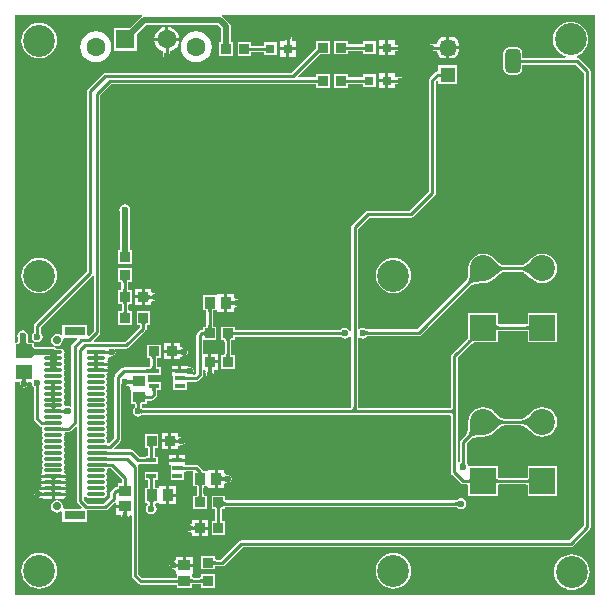
<source format=gtl>
G04*
G04 #@! TF.GenerationSoftware,Altium Limited,Altium Designer,19.0.10 (269)*
G04*
G04 Layer_Physical_Order=1*
G04 Layer_Color=255*
%FSLAX25Y25*%
%MOIN*%
G70*
G01*
G75*
%ADD10C,0.01000*%
%ADD15R,0.05118X0.05118*%
G04:AMPARAMS|DCode=16|XSize=51.18mil|YSize=51.18mil|CornerRadius=12.8mil|HoleSize=0mil|Usage=FLASHONLY|Rotation=180.000|XOffset=0mil|YOffset=0mil|HoleType=Round|Shape=RoundedRectangle|*
%AMROUNDEDRECTD16*
21,1,0.05118,0.02559,0,0,180.0*
21,1,0.02559,0.05118,0,0,180.0*
1,1,0.02559,-0.01280,0.01280*
1,1,0.02559,0.01280,0.01280*
1,1,0.02559,0.01280,-0.01280*
1,1,0.02559,-0.01280,-0.01280*
%
%ADD16ROUNDEDRECTD16*%
G04:AMPARAMS|DCode=17|XSize=51.18mil|YSize=78.74mil|CornerRadius=12.8mil|HoleSize=0mil|Usage=FLASHONLY|Rotation=180.000|XOffset=0mil|YOffset=0mil|HoleType=Round|Shape=RoundedRectangle|*
%AMROUNDEDRECTD17*
21,1,0.05118,0.05315,0,0,180.0*
21,1,0.02559,0.07874,0,0,180.0*
1,1,0.02559,-0.01280,0.02657*
1,1,0.02559,0.01280,0.02657*
1,1,0.02559,0.01280,-0.02657*
1,1,0.02559,-0.01280,-0.02657*
%
%ADD17ROUNDEDRECTD17*%
%ADD18R,0.03150X0.03150*%
%ADD19R,0.03347X0.03347*%
%ADD20R,0.03347X0.03347*%
%ADD21R,0.03543X0.03937*%
%ADD22R,0.03937X0.03543*%
%ADD23R,0.03347X0.01378*%
%ADD24R,0.05512X0.04528*%
%ADD25R,0.07087X0.03150*%
%ADD26R,0.06299X0.01181*%
%ADD27O,0.06299X0.01181*%
%ADD48C,0.01968*%
%ADD49R,0.06299X0.06299*%
%ADD50C,0.06299*%
%ADD51C,0.10630*%
%ADD52R,0.08661X0.08661*%
%ADD53C,0.08661*%
%ADD54C,0.02756*%
%ADD55C,0.02362*%
G36*
X44026Y195219D02*
X44164Y194719D01*
X43760Y194449D01*
X40048Y190737D01*
X34833D01*
Y183238D01*
X42332D01*
Y188452D01*
X45572Y191692D01*
X69410D01*
X70432Y190670D01*
Y186092D01*
X69872D01*
Y181546D01*
X74419D01*
Y186092D01*
X73663D01*
Y191339D01*
X73540Y191957D01*
X73189Y192481D01*
X71221Y194449D01*
X70817Y194719D01*
X70955Y195219D01*
X195219Y195219D01*
X195219Y1631D01*
X1631Y1631D01*
X1631Y72819D01*
X3270D01*
X3348Y72651D01*
X3438Y72431D01*
X3451Y72426D01*
X3456Y72414D01*
X3603Y72360D01*
Y72047D01*
X3688Y71618D01*
X3931Y71254D01*
X4295Y71011D01*
X4724Y70926D01*
X5154Y71011D01*
X5517Y71254D01*
X5761Y71618D01*
X5846Y72047D01*
Y72360D01*
X5993Y72414D01*
X5998Y72426D01*
X6010Y72431D01*
X6101Y72651D01*
X6179Y72819D01*
X7142D01*
X7436Y72461D01*
X7574Y71766D01*
X7925Y71241D01*
X7949Y71176D01*
X7990Y71132D01*
X8008Y71108D01*
X8025Y71081D01*
X8041Y71048D01*
X8057Y71008D01*
X8071Y70961D01*
X8084Y70905D01*
X8094Y70840D01*
X8100Y70765D01*
X8103Y70664D01*
X8130Y70602D01*
Y60433D01*
X8130Y60433D01*
X8216Y60004D01*
X8459Y59640D01*
X9837Y58262D01*
X9837Y58262D01*
X10201Y58019D01*
X10551Y57949D01*
X10773Y57685D01*
X10857Y57404D01*
X10794Y57087D01*
X10886Y56622D01*
X11150Y56228D01*
Y55976D01*
X10886Y55583D01*
X10794Y55118D01*
X10886Y54654D01*
X11150Y54260D01*
Y54008D01*
X10886Y53614D01*
X10794Y53150D01*
X10886Y52685D01*
X11150Y52291D01*
Y52039D01*
X10886Y51646D01*
X10794Y51181D01*
X10886Y50717D01*
X11150Y50323D01*
Y50071D01*
X10886Y49677D01*
X10794Y49213D01*
X10886Y48748D01*
X11150Y48354D01*
Y48102D01*
X10886Y47709D01*
X10794Y47244D01*
X10886Y46780D01*
X11150Y46386D01*
Y46134D01*
X10886Y45740D01*
X10794Y45276D01*
X10886Y44811D01*
X11150Y44417D01*
Y44165D01*
X10886Y43772D01*
X10794Y43307D01*
X10886Y42843D01*
X11044Y42607D01*
X10861Y42485D01*
X10510Y41959D01*
X10486Y41839D01*
X18648D01*
X18624Y41959D01*
X18273Y42485D01*
X18090Y42607D01*
X18248Y42843D01*
X18340Y43307D01*
X18248Y43772D01*
X17984Y44165D01*
Y44417D01*
X18248Y44811D01*
X18340Y45276D01*
X18248Y45740D01*
X17984Y46134D01*
Y46386D01*
X18248Y46780D01*
X18340Y47244D01*
X18248Y47709D01*
X17984Y48102D01*
Y48354D01*
X18248Y48748D01*
X18340Y49213D01*
X18248Y49677D01*
X17984Y50071D01*
Y50323D01*
X18248Y50717D01*
X18340Y51181D01*
X18248Y51646D01*
X17984Y52039D01*
Y52291D01*
X18248Y52685D01*
X18340Y53150D01*
X18248Y53614D01*
X17984Y54008D01*
Y54260D01*
X18248Y54654D01*
X18340Y55118D01*
X18270Y55468D01*
X18272Y55498D01*
X18417Y55838D01*
X18481Y55911D01*
X18574Y55995D01*
X18583Y56000D01*
X19523D01*
X19523Y56000D01*
X19952Y56085D01*
X20316Y56328D01*
X22001Y58013D01*
X22501Y57806D01*
Y33071D01*
X22501Y33071D01*
X22586Y32642D01*
X22829Y32278D01*
X24124Y30983D01*
X23932Y30521D01*
X18120D01*
X17709Y31021D01*
X17765Y31299D01*
X17611Y32071D01*
X17174Y32725D01*
X16520Y33162D01*
X15748Y33316D01*
X14976Y33162D01*
X14322Y32725D01*
X13885Y32071D01*
X13731Y31299D01*
X13885Y30527D01*
X14322Y29873D01*
X14976Y29436D01*
X15748Y29283D01*
X16520Y29436D01*
X17010Y29764D01*
X17510Y29545D01*
Y26172D01*
X25797D01*
Y29981D01*
X31890D01*
X31890Y29981D01*
X32319Y30066D01*
X32683Y30309D01*
X35114Y32741D01*
X35614Y32534D01*
Y31799D01*
X38583D01*
Y30799D01*
X35614D01*
Y28528D01*
X36540D01*
X37009Y28378D01*
X37108Y28162D01*
X37198Y27943D01*
X37211Y27938D01*
X37216Y27926D01*
X37219Y27925D01*
X37363Y27872D01*
Y27559D01*
X37448Y27130D01*
X37691Y26766D01*
X38055Y26523D01*
X38484Y26438D01*
X38914Y26523D01*
X39277Y26766D01*
X39520Y27130D01*
X39606Y27559D01*
Y27872D01*
X39750Y27925D01*
X39752Y27926D01*
X39758Y27938D01*
X39770Y27943D01*
X39850Y28136D01*
X39916Y28177D01*
X40420Y28312D01*
X40692Y28146D01*
Y8268D01*
X40692Y8268D01*
X40777Y7839D01*
X41020Y7475D01*
X42890Y5605D01*
X42890Y5605D01*
X43254Y5362D01*
X43683Y5276D01*
X55232D01*
X55294Y5248D01*
X55467Y5244D01*
X55594Y5233D01*
X55691Y5217D01*
X55699Y5215D01*
Y4026D01*
X60836D01*
Y5313D01*
X60845Y5315D01*
X60941Y5331D01*
X61069Y5342D01*
X61241Y5347D01*
X61303Y5375D01*
X63401D01*
X63464Y5347D01*
X63636Y5342D01*
X63764Y5331D01*
X63860Y5315D01*
X63868Y5313D01*
Y4223D01*
X68415D01*
Y8769D01*
X63868D01*
Y7679D01*
X63860Y7677D01*
X63764Y7661D01*
X63636Y7650D01*
X63464Y7645D01*
X63401Y7618D01*
X61311D01*
X61299Y7620D01*
X61241Y7645D01*
X61128Y7648D01*
X60836Y7697D01*
X60836Y8699D01*
X61236Y8941D01*
X61236Y9011D01*
X61236Y9011D01*
Y11213D01*
X58268D01*
Y11713D01*
X57768D01*
Y14484D01*
X55299D01*
Y13656D01*
X55149Y13188D01*
X54934Y13089D01*
X54715Y12999D01*
X54710Y12986D01*
X54698Y12981D01*
X54697Y12978D01*
X54643Y12834D01*
X54331D01*
X53901Y12749D01*
X53538Y12506D01*
X53294Y12142D01*
X53209Y11713D01*
X53294Y11283D01*
X53538Y10920D01*
X53901Y10676D01*
X54331Y10591D01*
X54643D01*
X54697Y10447D01*
X54698Y10444D01*
X54710Y10439D01*
X54715Y10427D01*
X54934Y10336D01*
X55149Y10237D01*
X55299Y9769D01*
Y9011D01*
X55299Y9011D01*
Y8941D01*
X55699Y8699D01*
X55699Y8441D01*
Y7581D01*
X55691Y7578D01*
X55594Y7563D01*
X55467Y7551D01*
X55294Y7547D01*
X55232Y7519D01*
X44148D01*
X42935Y8732D01*
Y44604D01*
X42849Y45033D01*
X42841Y45046D01*
X42849Y45105D01*
X43118Y45532D01*
X44507D01*
X44570Y45504D01*
X44912Y45498D01*
X44971Y45493D01*
Y45365D01*
X45493D01*
X45583Y45327D01*
X45672Y45364D01*
X45768Y45354D01*
X45781Y45365D01*
X49517D01*
Y47943D01*
X48427D01*
X48425Y47951D01*
X48409Y48047D01*
X48398Y48175D01*
X48393Y48347D01*
X48366Y48410D01*
Y50409D01*
X48393Y50472D01*
X48398Y50644D01*
X48409Y50772D01*
X48425Y50868D01*
X48427Y50876D01*
X49616D01*
Y55423D01*
X45069D01*
Y50876D01*
X46061D01*
X46063Y50868D01*
X46079Y50772D01*
X46090Y50644D01*
X46095Y50472D01*
X46123Y50409D01*
Y48410D01*
X46095Y48347D01*
X46095Y48332D01*
X45876Y48079D01*
X45688Y47994D01*
X45583Y47980D01*
X45493Y47943D01*
X44971D01*
Y47822D01*
X44745Y47804D01*
X44577Y47803D01*
X44511Y47775D01*
X43378D01*
X41147Y50006D01*
X40784Y50249D01*
X40354Y50334D01*
X40354Y50334D01*
X34955D01*
X34748Y50834D01*
X36839Y52925D01*
X37082Y53289D01*
X37167Y53718D01*
X37167Y53718D01*
Y72073D01*
X37667Y72225D01*
X37790Y72041D01*
X38153Y71798D01*
X38583Y71713D01*
X38895D01*
X38950Y71566D01*
X38962Y71561D01*
X38967Y71549D01*
X39186Y71458D01*
X39401Y71359D01*
X39414Y71364D01*
X39426Y71358D01*
X39645Y71449D01*
X40123Y71167D01*
X40142Y71140D01*
Y70260D01*
X40542Y70088D01*
Y65345D01*
X41730D01*
X41733Y65337D01*
X41749Y65240D01*
X41760Y65112D01*
X41764Y64940D01*
X41792Y64878D01*
Y64850D01*
X41764Y64789D01*
X41761Y64687D01*
X41755Y64613D01*
X41745Y64548D01*
X41733Y64492D01*
X41718Y64445D01*
X41702Y64405D01*
X41686Y64372D01*
X41669Y64345D01*
X41651Y64321D01*
X41610Y64277D01*
X41586Y64211D01*
X41236Y63687D01*
X41097Y62992D01*
X41236Y62297D01*
X41629Y61708D01*
X42218Y61314D01*
X42913Y61176D01*
X43608Y61314D01*
X44133Y61665D01*
X44198Y61689D01*
X44242Y61730D01*
X44266Y61748D01*
X44293Y61765D01*
X44326Y61781D01*
X44366Y61797D01*
X44413Y61811D01*
X44469Y61824D01*
X44534Y61834D01*
X44609Y61840D01*
X44710Y61843D01*
X44772Y61871D01*
X114810D01*
X114833Y61855D01*
X114910Y61871D01*
X115011D01*
X115088Y61855D01*
X115111Y61871D01*
X146638D01*
X146694Y61844D01*
X146844Y61836D01*
X146851Y61835D01*
X147096Y61385D01*
X147091Y61365D01*
X147107Y61342D01*
Y42717D01*
X147107Y42717D01*
X147192Y42287D01*
X147435Y41923D01*
X150388Y38971D01*
X150388Y38971D01*
X150752Y38728D01*
X151181Y38642D01*
X151181Y38642D01*
X152476D01*
X152538Y38615D01*
X152711Y38610D01*
X152839Y38599D01*
X152935Y38583D01*
X152943Y38581D01*
Y34833D01*
X162805D01*
Y38581D01*
X162813Y38583D01*
X162909Y38599D01*
X163037Y38610D01*
X163210Y38614D01*
X163272Y38642D01*
X172161D01*
X172223Y38614D01*
X172396Y38610D01*
X172524Y38599D01*
X172620Y38583D01*
X172628Y38581D01*
Y34833D01*
X182490D01*
Y44694D01*
X172628D01*
Y40947D01*
X172620Y40944D01*
X172524Y40929D01*
X172396Y40917D01*
X172223Y40913D01*
X172161Y40885D01*
X163272D01*
X163210Y40913D01*
X163037Y40917D01*
X162909Y40929D01*
X162813Y40944D01*
X162805Y40947D01*
Y44694D01*
X153061D01*
X153061Y44695D01*
X152972Y44695D01*
X152866Y45146D01*
X152859Y45183D01*
X152509Y45707D01*
X152484Y45773D01*
X152443Y45817D01*
X152426Y45841D01*
X152408Y45868D01*
X152392Y45901D01*
X152376Y45941D01*
X152362Y45988D01*
X152349Y46044D01*
X152339Y46109D01*
X152333Y46183D01*
X152330Y46285D01*
X152303Y46347D01*
Y52291D01*
X153712Y53701D01*
X153764Y53717D01*
X153938Y53862D01*
X154125Y53973D01*
X154376Y54083D01*
X154690Y54185D01*
X155067Y54274D01*
X155490Y54345D01*
X157172Y54466D01*
X157833Y54469D01*
X157855Y54478D01*
X157874Y54475D01*
X159161Y54645D01*
X160361Y55142D01*
X161391Y55932D01*
X161402Y55947D01*
X161424Y55956D01*
X161898Y56426D01*
X162771Y57212D01*
X163157Y57518D01*
X163518Y57774D01*
X163847Y57977D01*
X164142Y58128D01*
X164397Y58228D01*
X164607Y58281D01*
X164833Y58302D01*
X164881Y58327D01*
X170552D01*
X170600Y58302D01*
X170826Y58281D01*
X171037Y58228D01*
X171291Y58128D01*
X171586Y57977D01*
X171915Y57774D01*
X172265Y57526D01*
X173540Y56422D01*
X174009Y55956D01*
X174031Y55947D01*
X174042Y55932D01*
X175072Y55142D01*
X176272Y54645D01*
X177559Y54475D01*
X178846Y54645D01*
X180046Y55142D01*
X181076Y55932D01*
X181866Y56962D01*
X182363Y58162D01*
X182532Y59449D01*
X182363Y60736D01*
X181866Y61935D01*
X181076Y62965D01*
X180046Y63756D01*
X178846Y64253D01*
X177559Y64422D01*
X176272Y64253D01*
X175072Y63756D01*
X174042Y62965D01*
X174031Y62950D01*
X174009Y62941D01*
X173535Y62471D01*
X172662Y61686D01*
X172276Y61380D01*
X171915Y61123D01*
X171586Y60920D01*
X171291Y60769D01*
X171037Y60670D01*
X170826Y60616D01*
X170600Y60596D01*
X170552Y60570D01*
X164881D01*
X164833Y60596D01*
X164607Y60616D01*
X164397Y60670D01*
X164142Y60769D01*
X163847Y60920D01*
X163518Y61123D01*
X163169Y61371D01*
X161893Y62476D01*
X161424Y62941D01*
X161402Y62950D01*
X161391Y62965D01*
X160361Y63756D01*
X159161Y64253D01*
X157874Y64422D01*
X156587Y64253D01*
X155387Y63756D01*
X154357Y62965D01*
X153567Y61935D01*
X153070Y60736D01*
X152901Y59449D01*
X152903Y59430D01*
X152894Y59408D01*
X152892Y58741D01*
X152830Y57568D01*
X152773Y57079D01*
X152699Y56642D01*
X152610Y56265D01*
X152508Y55951D01*
X152399Y55700D01*
X152287Y55513D01*
X152142Y55339D01*
X152126Y55287D01*
X150388Y53549D01*
X150145Y53185D01*
X150059Y52756D01*
X150059Y52756D01*
Y46347D01*
X150032Y46285D01*
X150029Y46183D01*
X150027Y46154D01*
X149964Y46063D01*
X149850Y45972D01*
X149557Y46061D01*
X149350Y46240D01*
Y62842D01*
X149365Y62865D01*
X149350Y62942D01*
Y63042D01*
X149365Y63120D01*
X149350Y63142D01*
Y80835D01*
X153935Y85420D01*
X153997Y85443D01*
X154376Y85795D01*
X154517Y85907D01*
X154638Y85992D01*
X154677Y86014D01*
X154879D01*
X154970Y85977D01*
X155019Y85997D01*
X155071Y85985D01*
X155119Y86014D01*
X162805D01*
Y89762D01*
X162813Y89764D01*
X162909Y89780D01*
X163037Y89791D01*
X163210Y89796D01*
X163272Y89823D01*
X172161D01*
X172223Y89796D01*
X172396Y89791D01*
X172524Y89780D01*
X172620Y89764D01*
X172628Y89762D01*
Y86014D01*
X182490D01*
Y95876D01*
X172628D01*
Y92128D01*
X172620Y92125D01*
X172524Y92110D01*
X172396Y92098D01*
X172223Y92094D01*
X172161Y92066D01*
X163272D01*
X163210Y92094D01*
X163037Y92098D01*
X162909Y92110D01*
X162813Y92125D01*
X162805Y92128D01*
Y95876D01*
X152943D01*
Y88190D01*
X152914Y88142D01*
X152926Y88090D01*
X152906Y88040D01*
X152943Y87950D01*
Y87748D01*
X152921Y87709D01*
X152842Y87595D01*
X152564Y87267D01*
X152381Y87077D01*
X152355Y87012D01*
X147435Y82092D01*
X147192Y81728D01*
X147107Y81299D01*
X147107Y81299D01*
Y64642D01*
X147091Y64619D01*
X147096Y64600D01*
X146851Y64150D01*
X146845Y64149D01*
X146694Y64141D01*
X146638Y64114D01*
X116611D01*
X116588Y64129D01*
X116568Y64125D01*
X116118Y64369D01*
X116117Y64376D01*
X116109Y64526D01*
X116082Y64583D01*
Y87406D01*
X116582Y87602D01*
X117035Y87299D01*
X117730Y87160D01*
X118425Y87299D01*
X119015Y87692D01*
X119120Y87850D01*
X119211Y87901D01*
X119243Y87942D01*
X119252Y87951D01*
X119264Y87960D01*
X119280Y87970D01*
X119303Y87981D01*
X119335Y87993D01*
X119379Y88005D01*
X119434Y88014D01*
X119502Y88021D01*
X119600Y88024D01*
X119649Y88046D01*
X119701Y88035D01*
X119726Y88052D01*
X136417D01*
X136417Y88052D01*
X136847Y88137D01*
X137210Y88380D01*
X153712Y104882D01*
X153764Y104898D01*
X153938Y105043D01*
X154125Y105155D01*
X154376Y105264D01*
X154690Y105366D01*
X155067Y105455D01*
X155490Y105526D01*
X157172Y105647D01*
X157833Y105650D01*
X157855Y105659D01*
X157874Y105657D01*
X159161Y105826D01*
X160361Y106323D01*
X161391Y107113D01*
X161402Y107128D01*
X161424Y107137D01*
X161898Y107607D01*
X162771Y108393D01*
X163157Y108699D01*
X163518Y108955D01*
X163847Y109159D01*
X164142Y109309D01*
X164397Y109409D01*
X164607Y109462D01*
X164833Y109483D01*
X164881Y109508D01*
X170552D01*
X170600Y109483D01*
X170826Y109462D01*
X171037Y109409D01*
X171291Y109309D01*
X171586Y109159D01*
X171915Y108955D01*
X172265Y108707D01*
X173540Y107603D01*
X174009Y107137D01*
X174031Y107128D01*
X174042Y107113D01*
X175072Y106323D01*
X176272Y105826D01*
X177559Y105657D01*
X178846Y105826D01*
X180046Y106323D01*
X181076Y107113D01*
X181866Y108143D01*
X182363Y109343D01*
X182532Y110630D01*
X182363Y111917D01*
X181866Y113117D01*
X181076Y114146D01*
X180046Y114937D01*
X178846Y115434D01*
X177559Y115603D01*
X176272Y115434D01*
X175072Y114937D01*
X174042Y114146D01*
X174031Y114131D01*
X174009Y114122D01*
X173535Y113652D01*
X172662Y112867D01*
X172276Y112561D01*
X171915Y112304D01*
X171586Y112101D01*
X171291Y111951D01*
X171037Y111851D01*
X170826Y111797D01*
X170600Y111777D01*
X170552Y111751D01*
X164881D01*
X164833Y111777D01*
X164607Y111797D01*
X164397Y111851D01*
X164142Y111951D01*
X163847Y112101D01*
X163518Y112304D01*
X163169Y112553D01*
X161893Y113657D01*
X161424Y114122D01*
X161402Y114131D01*
X161391Y114146D01*
X160361Y114937D01*
X159161Y115434D01*
X157874Y115603D01*
X156587Y115434D01*
X155387Y114937D01*
X154357Y114146D01*
X153567Y113117D01*
X153070Y111917D01*
X152901Y110630D01*
X152903Y110611D01*
X152894Y110589D01*
X152892Y109922D01*
X152830Y108749D01*
X152773Y108260D01*
X152699Y107823D01*
X152610Y107446D01*
X152508Y107132D01*
X152399Y106881D01*
X152287Y106694D01*
X152142Y106520D01*
X152126Y106468D01*
X135953Y90295D01*
X119480D01*
X119421Y90322D01*
X119211Y90331D01*
X119142Y90339D01*
X119074Y90351D01*
X119013Y90366D01*
X118959Y90382D01*
X118912Y90399D01*
X118872Y90418D01*
X118837Y90438D01*
X118784Y90473D01*
X118660Y90497D01*
X118425Y90654D01*
X117730Y90792D01*
X117035Y90654D01*
X116582Y90351D01*
X116082Y90547D01*
Y123845D01*
X119855Y127619D01*
X133858D01*
X133858Y127619D01*
X134288Y127704D01*
X134651Y127947D01*
X141738Y135034D01*
X141981Y135398D01*
X142066Y135827D01*
X142066Y135827D01*
Y172961D01*
X142442Y173336D01*
X142904Y173145D01*
Y172038D01*
X149222D01*
Y178356D01*
X142904D01*
Y176749D01*
X142717Y176318D01*
X142287Y176233D01*
X141923Y175990D01*
X141923Y175990D01*
X140152Y174218D01*
X139909Y173854D01*
X139823Y173425D01*
X139823Y173425D01*
Y136291D01*
X133394Y129862D01*
X119391D01*
X119391Y129862D01*
X118962Y129776D01*
X118598Y129533D01*
X118598Y129533D01*
X114168Y125103D01*
X113925Y124739D01*
X113839Y124310D01*
X113839Y124310D01*
Y90047D01*
X113339Y89895D01*
X113095Y90260D01*
X112506Y90654D01*
X111811Y90792D01*
X111116Y90654D01*
X110592Y90304D01*
X110526Y90280D01*
X110482Y90239D01*
X110459Y90221D01*
X110431Y90204D01*
X110398Y90187D01*
X110359Y90171D01*
X110311Y90157D01*
X110255Y90145D01*
X110190Y90135D01*
X110116Y90128D01*
X110015Y90126D01*
X109953Y90098D01*
X87402D01*
X87401Y90098D01*
X75508D01*
X75446Y90126D01*
X75273Y90130D01*
X75146Y90141D01*
X75049Y90157D01*
X75041Y90159D01*
Y91250D01*
X70495D01*
Y86703D01*
X71585D01*
X71587Y86695D01*
X71603Y86598D01*
X71614Y86471D01*
X71618Y86298D01*
X71646Y86236D01*
Y82268D01*
X71618Y82206D01*
X71614Y82033D01*
X71603Y81905D01*
X71587Y81809D01*
X71585Y81801D01*
X70495D01*
Y77254D01*
X75041D01*
Y81801D01*
X73951D01*
X73948Y81809D01*
X73933Y81905D01*
X73921Y82033D01*
X73917Y82206D01*
X73889Y82268D01*
Y86236D01*
X73917Y86298D01*
X73921Y86471D01*
X73933Y86598D01*
X73948Y86695D01*
X73951Y86703D01*
X75041D01*
Y87793D01*
X75049Y87796D01*
X75146Y87811D01*
X75273Y87823D01*
X75446Y87827D01*
X75508Y87855D01*
X87401D01*
X87402Y87855D01*
X87402Y87855D01*
X109953D01*
X110015Y87827D01*
X110116Y87824D01*
X110190Y87818D01*
X110255Y87808D01*
X110311Y87796D01*
X110359Y87781D01*
X110398Y87766D01*
X110431Y87749D01*
X110459Y87732D01*
X110482Y87714D01*
X110526Y87673D01*
X110592Y87649D01*
X111116Y87299D01*
X111811Y87160D01*
X112506Y87299D01*
X113095Y87692D01*
X113339Y88057D01*
X113839Y87906D01*
Y64583D01*
X113812Y64526D01*
X113804Y64376D01*
X113803Y64369D01*
X113353Y64125D01*
X113333Y64129D01*
X113310Y64114D01*
X44772D01*
X44710Y64141D01*
X44609Y64144D01*
X44534Y64151D01*
X44469Y64160D01*
X44413Y64173D01*
X44366Y64187D01*
X44326Y64203D01*
X44293Y64219D01*
X44266Y64236D01*
X44242Y64254D01*
X44208Y64287D01*
X44176Y64321D01*
X44158Y64345D01*
X44141Y64372D01*
X44124Y64405D01*
X44109Y64445D01*
X44094Y64492D01*
X44082Y64548D01*
X44072Y64613D01*
X44065Y64687D01*
X44063Y64789D01*
X44035Y64850D01*
Y64878D01*
X44063Y64940D01*
X44067Y65112D01*
X44078Y65240D01*
X44094Y65336D01*
X44096Y65345D01*
X45679D01*
Y66534D01*
X45687Y66536D01*
X45783Y66552D01*
X45911Y66563D01*
X46084Y66567D01*
X46146Y66595D01*
X47264D01*
X47264Y66595D01*
X47693Y66680D01*
X48057Y66923D01*
X48825Y67691D01*
X49068Y68055D01*
X49153Y68484D01*
X49153Y68484D01*
Y69701D01*
X49181Y69763D01*
X49185Y69935D01*
X49196Y70063D01*
X49212Y70159D01*
X49214Y70168D01*
X50305D01*
Y72746D01*
X46079D01*
Y74834D01*
X46250Y75077D01*
X46555Y75275D01*
X46568Y75286D01*
X50305D01*
Y77864D01*
X49214D01*
X49212Y77872D01*
X49196Y77969D01*
X49185Y78096D01*
X49181Y78269D01*
X49153Y78331D01*
Y80232D01*
X49181Y80294D01*
X49185Y80467D01*
X49196Y80594D01*
X49212Y80691D01*
X49214Y80699D01*
X50403D01*
Y85246D01*
X45857D01*
Y80699D01*
X46849D01*
X46851Y80691D01*
X46867Y80594D01*
X46878Y80467D01*
X46882Y80294D01*
X46910Y80232D01*
Y78331D01*
X46882Y78269D01*
X46882Y78253D01*
X46664Y78000D01*
X46475Y77916D01*
X46370Y77901D01*
X46280Y77864D01*
X45758D01*
Y77743D01*
X45533Y77726D01*
X45364Y77724D01*
X45299Y77696D01*
X38117D01*
X38117Y77696D01*
X37688Y77611D01*
X37324Y77368D01*
X37324Y77368D01*
X35253Y75297D01*
X35010Y74933D01*
X34924Y74504D01*
X34924Y74504D01*
Y54183D01*
X33201Y52460D01*
X32762Y52468D01*
X32465Y52909D01*
X32513Y53150D01*
X32421Y53614D01*
X32157Y54008D01*
Y54260D01*
X32421Y54654D01*
X32513Y55118D01*
X32421Y55583D01*
X32157Y55976D01*
Y56228D01*
X32421Y56622D01*
X32513Y57087D01*
X32421Y57551D01*
X32157Y57945D01*
Y58197D01*
X32421Y58591D01*
X32513Y59055D01*
X32421Y59520D01*
X32157Y59913D01*
Y60165D01*
X32421Y60559D01*
X32513Y61024D01*
X32421Y61488D01*
X32157Y61882D01*
Y62134D01*
X32421Y62528D01*
X32513Y62992D01*
X32421Y63457D01*
X32157Y63850D01*
Y64102D01*
X32421Y64496D01*
X32513Y64961D01*
X32421Y65425D01*
X32157Y65819D01*
Y66071D01*
X32421Y66465D01*
X32513Y66929D01*
X32421Y67394D01*
X32157Y67787D01*
Y68039D01*
X32421Y68433D01*
X32513Y68898D01*
X32421Y69362D01*
X32157Y69756D01*
Y70008D01*
X32421Y70402D01*
X32513Y70866D01*
X32421Y71331D01*
X32157Y71724D01*
Y71976D01*
X32421Y72370D01*
X32513Y72835D01*
X32421Y73299D01*
X32157Y73693D01*
Y73945D01*
X32421Y74339D01*
X32513Y74803D01*
X32421Y75268D01*
X32263Y75503D01*
X32446Y75625D01*
X32798Y76151D01*
X32821Y76272D01*
X28740D01*
Y77150D01*
X28240D01*
X28235Y77342D01*
X28234Y77350D01*
X27740D01*
X27835Y77360D01*
X27920Y77390D01*
X27995Y77441D01*
X28060Y77511D01*
X28115Y77602D01*
X28160Y77714D01*
X28171Y77756D01*
X28160Y77798D01*
X28115Y77909D01*
X28060Y78000D01*
X27995Y78071D01*
X27920Y78122D01*
X27835Y78152D01*
X27740Y78162D01*
X28234D01*
X28235Y78169D01*
X28240Y78361D01*
X28740D01*
Y79119D01*
X28240D01*
X28235Y79311D01*
X28234Y79318D01*
X27740D01*
X27835Y79328D01*
X27920Y79358D01*
X27995Y79409D01*
X28060Y79480D01*
X28115Y79571D01*
X28160Y79682D01*
X28171Y79724D01*
X28160Y79766D01*
X28115Y79878D01*
X28060Y79969D01*
X27995Y80040D01*
X27920Y80090D01*
X27835Y80121D01*
X27740Y80131D01*
X28234D01*
X28235Y80138D01*
X28240Y80330D01*
X29240D01*
X29245Y80138D01*
X29246Y80131D01*
X29740D01*
X29645Y80121D01*
X29560Y80090D01*
X29485Y80040D01*
X29420Y79969D01*
X29365Y79878D01*
X29320Y79766D01*
X29309Y79724D01*
X29320Y79682D01*
X29365Y79571D01*
X29420Y79480D01*
X29485Y79409D01*
X29560Y79358D01*
X29645Y79328D01*
X29740Y79318D01*
X29246D01*
X29245Y79311D01*
X29243Y79240D01*
X32821D01*
X32798Y79361D01*
X32555Y79724D01*
X32798Y80088D01*
X32921Y80709D01*
X32889Y80870D01*
X33028Y81064D01*
X33151Y81150D01*
X33390Y81209D01*
X33406Y81202D01*
X33408Y81201D01*
X33421Y81206D01*
X33433Y81201D01*
X33648Y81300D01*
X33868Y81391D01*
X33873Y81403D01*
X33885Y81409D01*
X33939Y81556D01*
X34252D01*
X34681Y81641D01*
X35045Y81884D01*
X35288Y82248D01*
X35373Y82677D01*
X35288Y83106D01*
X35080Y83418D01*
X35140Y83655D01*
X35275Y83918D01*
X38780D01*
X38780Y83918D01*
X39209Y84003D01*
X39573Y84246D01*
X45084Y89758D01*
X45084Y89758D01*
X45235Y89984D01*
X45380Y90128D01*
X45380Y90128D01*
X45623Y90492D01*
X45708Y90921D01*
X45708Y90921D01*
Y91354D01*
X45736Y91416D01*
X45740Y91589D01*
X45751Y91716D01*
X45767Y91813D01*
X45770Y91821D01*
X46860D01*
Y96368D01*
X42313D01*
Y91821D01*
X43315D01*
X43444Y91338D01*
X43348Y91194D01*
X38315Y86161D01*
X28164D01*
X27973Y86623D01*
X29927Y88577D01*
X29927Y88577D01*
X30170Y88941D01*
X30255Y89370D01*
X30255Y89370D01*
Y168433D01*
X33929Y172107D01*
X102111D01*
Y170955D01*
X106658D01*
Y175502D01*
X102111D01*
Y174350D01*
X96230D01*
X96039Y174812D01*
X103163Y181936D01*
X103211D01*
X103211Y181936D01*
X103320Y181958D01*
X106658D01*
Y186504D01*
X102111D01*
Y183989D01*
X101906Y183851D01*
X101906Y183851D01*
X94004Y175950D01*
X31895D01*
X31466Y175865D01*
X31102Y175621D01*
X31102Y175621D01*
X25979Y170498D01*
X25736Y170134D01*
X25650Y169705D01*
X25650Y169705D01*
Y109520D01*
X8459Y92329D01*
X8216Y91965D01*
X8130Y91535D01*
X8130Y91535D01*
Y89654D01*
X8103Y89592D01*
X8100Y89491D01*
X8094Y89416D01*
X8084Y89351D01*
X8071Y89295D01*
X8057Y89248D01*
X8041Y89208D01*
X8025Y89175D01*
X8008Y89148D01*
X7990Y89124D01*
X7949Y89080D01*
X7925Y89015D01*
X7574Y88490D01*
X7436Y87795D01*
X7574Y87100D01*
X7968Y86511D01*
X8557Y86118D01*
X9252Y85979D01*
X9947Y86118D01*
X10536Y86511D01*
X10930Y87100D01*
X11068Y87795D01*
X10930Y88490D01*
X10579Y89015D01*
X10555Y89080D01*
X10514Y89124D01*
X10496Y89148D01*
X10479Y89175D01*
X10463Y89208D01*
X10447Y89248D01*
X10433Y89295D01*
X10420Y89351D01*
X10410Y89416D01*
X10404Y89491D01*
X10401Y89592D01*
X10373Y89654D01*
Y91071D01*
X27512Y108210D01*
X27729Y108177D01*
X28012Y108032D01*
Y89835D01*
X26297Y88119D01*
X25797Y88326D01*
Y91939D01*
X17510D01*
Y88565D01*
X17010Y88346D01*
X16520Y88674D01*
X15748Y88828D01*
X14976Y88674D01*
X14322Y88237D01*
X13885Y87583D01*
X13731Y86811D01*
X13885Y86039D01*
X14322Y85385D01*
X14976Y84948D01*
X15748Y84794D01*
X16520Y84948D01*
X17174Y85385D01*
X17611Y86039D01*
X17765Y86811D01*
X17709Y87089D01*
X18120Y87589D01*
X22375D01*
X22582Y87089D01*
X20861Y85368D01*
X20617Y85004D01*
X20532Y84575D01*
X20532Y84575D01*
Y64836D01*
X20091Y64600D01*
X19986Y64670D01*
X19291Y64808D01*
X18800Y64710D01*
X18433Y64910D01*
X18315Y65083D01*
X18248Y65425D01*
X17984Y65819D01*
Y66071D01*
X18248Y66465D01*
X18340Y66929D01*
X18248Y67394D01*
X17984Y67787D01*
Y68039D01*
X18248Y68433D01*
X18340Y68898D01*
X18248Y69362D01*
X17984Y69756D01*
Y70008D01*
X18248Y70402D01*
X18340Y70866D01*
X18248Y71331D01*
X17984Y71724D01*
Y71976D01*
X18248Y72370D01*
X18340Y72835D01*
X18248Y73299D01*
X17984Y73693D01*
Y73945D01*
X18248Y74339D01*
X18340Y74803D01*
X18248Y75268D01*
X17984Y75661D01*
Y75913D01*
X18248Y76307D01*
X18340Y76772D01*
X18248Y77236D01*
X17984Y77630D01*
Y77882D01*
X18248Y78276D01*
X18340Y78740D01*
X18248Y79205D01*
X17984Y79598D01*
Y79850D01*
X18248Y80244D01*
X18340Y80709D01*
X18248Y81173D01*
X17984Y81567D01*
Y81819D01*
X18248Y82213D01*
X18340Y82677D01*
X18248Y83142D01*
X17984Y83535D01*
X17591Y83799D01*
X17126Y83891D01*
X15637D01*
X15561Y83967D01*
X15037Y84317D01*
X14419Y84440D01*
X9495D01*
X9454Y84458D01*
X9097Y84468D01*
X8805Y84493D01*
X8564Y84533D01*
X8376Y84583D01*
X8244Y84637D01*
X8166Y84685D01*
X8131Y84717D01*
X8120Y84733D01*
X8114Y84751D01*
X8102Y84862D01*
X8080Y84902D01*
Y85836D01*
X6483D01*
X6443Y85858D01*
X6332Y85870D01*
X6314Y85876D01*
X6298Y85887D01*
X6266Y85922D01*
X6218Y86000D01*
X6165Y86132D01*
X6114Y86320D01*
X6074Y86561D01*
X6049Y86853D01*
X6039Y87210D01*
X6021Y87251D01*
Y87559D01*
X6147Y88189D01*
X6008Y88884D01*
X5615Y89473D01*
X5026Y89867D01*
X4331Y90005D01*
X3636Y89867D01*
X3047Y89473D01*
X2653Y88884D01*
X2515Y88189D01*
X2653Y87494D01*
X2791Y87288D01*
Y87251D01*
X2773Y87210D01*
X2763Y86853D01*
X2738Y86561D01*
X2698Y86320D01*
X2647Y86132D01*
X2594Y86000D01*
X2546Y85922D01*
X2514Y85887D01*
X2498Y85876D01*
X2480Y85870D01*
X2369Y85858D01*
X2329Y85836D01*
X1631D01*
X1631Y195219D01*
X44026D01*
D02*
G37*
G36*
X174466Y107598D02*
X173982Y108079D01*
X172666Y109219D01*
X172274Y109497D01*
X171905Y109725D01*
X171558Y109902D01*
X171236Y110029D01*
X170936Y110105D01*
X170659Y110130D01*
Y111130D01*
X170936Y111155D01*
X171236Y111231D01*
X171558Y111358D01*
X171905Y111535D01*
X172274Y111763D01*
X172666Y112041D01*
X173081Y112370D01*
X173982Y113180D01*
X174466Y113661D01*
Y107598D01*
D02*
G37*
G36*
X161451Y113180D02*
X162767Y112041D01*
X163159Y111763D01*
X163529Y111535D01*
X163875Y111358D01*
X164198Y111231D01*
X164497Y111155D01*
X164774Y111130D01*
Y110130D01*
X164497Y110105D01*
X164198Y110029D01*
X163875Y109902D01*
X163529Y109725D01*
X163159Y109497D01*
X162767Y109219D01*
X162352Y108889D01*
X161451Y108079D01*
X160967Y107598D01*
Y113661D01*
X161451Y113180D01*
D02*
G37*
G36*
X157831Y106299D02*
X157148Y106297D01*
X155412Y106172D01*
X154938Y106091D01*
X154516Y105992D01*
X154146Y105872D01*
X153828Y105733D01*
X153562Y105575D01*
X153348Y105397D01*
X152641Y106104D01*
X152819Y106318D01*
X152977Y106584D01*
X153116Y106902D01*
X153236Y107272D01*
X153336Y107694D01*
X153416Y108168D01*
X153477Y108694D01*
X153541Y109904D01*
X153543Y110587D01*
X157831Y106299D01*
D02*
G37*
G36*
X45492Y92435D02*
X45407Y92405D01*
X45332Y92354D01*
X45267Y92283D01*
X45212Y92192D01*
X45167Y92081D01*
X45132Y91949D01*
X45107Y91798D01*
X45092Y91625D01*
X45087Y91433D01*
X44087D01*
X44082Y91625D01*
X44067Y91798D01*
X44042Y91949D01*
X44007Y92081D01*
X43962Y92192D01*
X43907Y92283D01*
X43842Y92354D01*
X43767Y92405D01*
X43682Y92435D01*
X43587Y92445D01*
X45587D01*
X45492Y92435D01*
D02*
G37*
G36*
X173252Y89945D02*
X173242Y90040D01*
X173212Y90125D01*
X173161Y90200D01*
X173090Y90265D01*
X172999Y90320D01*
X172888Y90365D01*
X172756Y90400D01*
X172605Y90425D01*
X172433Y90440D01*
X172240Y90445D01*
Y91445D01*
X172433Y91450D01*
X172605Y91465D01*
X172756Y91490D01*
X172888Y91525D01*
X172999Y91570D01*
X173090Y91625D01*
X173161Y91690D01*
X173212Y91765D01*
X173242Y91850D01*
X173252Y91945D01*
Y89945D01*
D02*
G37*
G36*
X162191Y91850D02*
X162221Y91765D01*
X162272Y91690D01*
X162343Y91625D01*
X162434Y91570D01*
X162545Y91525D01*
X162677Y91490D01*
X162828Y91465D01*
X163000Y91450D01*
X163193Y91445D01*
Y90445D01*
X163000Y90440D01*
X162828Y90425D01*
X162677Y90400D01*
X162545Y90365D01*
X162434Y90320D01*
X162343Y90265D01*
X162272Y90200D01*
X162221Y90125D01*
X162191Y90040D01*
X162181Y89945D01*
Y91945D01*
X162191Y91850D01*
D02*
G37*
G36*
X9755Y89454D02*
X9765Y89340D01*
X9781Y89231D01*
X9804Y89129D01*
X9834Y89033D01*
X9870Y88942D01*
X9912Y88857D01*
X9961Y88779D01*
X10017Y88706D01*
X10079Y88639D01*
X8425D01*
X8487Y88706D01*
X8543Y88779D01*
X8592Y88857D01*
X8634Y88942D01*
X8670Y89033D01*
X8700Y89129D01*
X8723Y89231D01*
X8739Y89340D01*
X8749Y89454D01*
X8752Y89574D01*
X9752D01*
X9755Y89454D01*
D02*
G37*
G36*
X118498Y89883D02*
X118577Y89839D01*
X118661Y89800D01*
X118750Y89766D01*
X118845Y89738D01*
X118944Y89715D01*
X119049Y89697D01*
X119158Y89684D01*
X119393Y89673D01*
X119581Y88673D01*
X119460Y88670D01*
X119346Y88658D01*
X119240Y88640D01*
X119141Y88614D01*
X119049Y88580D01*
X118965Y88539D01*
X118888Y88491D01*
X118818Y88436D01*
X118755Y88372D01*
X118700Y88302D01*
X118424Y89932D01*
X118498Y89883D01*
D02*
G37*
G36*
X110968Y88150D02*
X110900Y88212D01*
X110828Y88267D01*
X110749Y88316D01*
X110664Y88359D01*
X110574Y88395D01*
X110477Y88424D01*
X110375Y88447D01*
X110266Y88463D01*
X110152Y88473D01*
X110032Y88476D01*
Y89476D01*
X110152Y89480D01*
X110266Y89489D01*
X110375Y89506D01*
X110477Y89529D01*
X110574Y89558D01*
X110664Y89594D01*
X110749Y89636D01*
X110828Y89685D01*
X110900Y89741D01*
X110968Y89803D01*
Y88150D01*
D02*
G37*
G36*
X74427Y89881D02*
X74457Y89796D01*
X74508Y89721D01*
X74579Y89656D01*
X74670Y89601D01*
X74781Y89556D01*
X74913Y89521D01*
X75065Y89496D01*
X75237Y89481D01*
X75429Y89476D01*
Y88476D01*
X75237Y88471D01*
X75065Y88456D01*
X74913Y88431D01*
X74781Y88396D01*
X74670Y88351D01*
X74579Y88296D01*
X74508Y88231D01*
X74457Y88156D01*
X74427Y88071D01*
X74417Y87976D01*
Y89976D01*
X74427Y89881D01*
D02*
G37*
G36*
X154970Y86626D02*
X154892Y86683D01*
X154800Y86711D01*
X154694D01*
X154574Y86683D01*
X154439Y86626D01*
X154291Y86541D01*
X154128Y86428D01*
X153951Y86287D01*
X153555Y85919D01*
X152848Y86626D01*
X153046Y86831D01*
X153357Y87199D01*
X153470Y87362D01*
X153555Y87510D01*
X153612Y87644D01*
X153640Y87765D01*
Y87871D01*
X153612Y87963D01*
X153555Y88040D01*
X154970Y86626D01*
D02*
G37*
G36*
X73673Y87317D02*
X73588Y87287D01*
X73513Y87236D01*
X73448Y87165D01*
X73393Y87074D01*
X73348Y86963D01*
X73313Y86831D01*
X73288Y86679D01*
X73273Y86507D01*
X73268Y86315D01*
X72268D01*
X72263Y86507D01*
X72248Y86679D01*
X72223Y86831D01*
X72188Y86963D01*
X72143Y87074D01*
X72088Y87165D01*
X72023Y87236D01*
X71948Y87287D01*
X71863Y87317D01*
X71768Y87327D01*
X73768D01*
X73673Y87317D01*
D02*
G37*
G36*
X5400Y86816D02*
X5430Y86480D01*
X5479Y86183D01*
X5548Y85925D01*
X5636Y85707D01*
X5745Y85529D01*
X5873Y85391D01*
X6020Y85291D01*
X6188Y85232D01*
X6374Y85212D01*
X2437D01*
X2624Y85232D01*
X2792Y85291D01*
X2939Y85391D01*
X3067Y85529D01*
X3176Y85707D01*
X3264Y85925D01*
X3333Y86183D01*
X3382Y86480D01*
X3412Y86816D01*
X3422Y87193D01*
X5390D01*
X5400Y86816D01*
D02*
G37*
G36*
X33408Y81850D02*
X33342Y81912D01*
X33269Y81968D01*
X33190Y82017D01*
X33105Y82060D01*
X33015Y82095D01*
X32918Y82125D01*
X32816Y82148D01*
X32708Y82164D01*
X32617Y82172D01*
X31918Y82127D01*
X31888Y82113D01*
X31878Y82099D01*
Y83256D01*
X31888Y83241D01*
X31918Y83227D01*
X31968Y83216D01*
X32038Y83205D01*
X32238Y83190D01*
X32615Y83182D01*
X32708Y83190D01*
X32816Y83207D01*
X32918Y83229D01*
X33015Y83259D01*
X33105Y83295D01*
X33190Y83337D01*
X33269Y83386D01*
X33342Y83442D01*
X33408Y83504D01*
Y81850D01*
D02*
G37*
G36*
X73273Y81996D02*
X73288Y81824D01*
X73313Y81673D01*
X73348Y81541D01*
X73393Y81430D01*
X73448Y81339D01*
X73513Y81268D01*
X73588Y81217D01*
X73673Y81187D01*
X73768Y81177D01*
X71768D01*
X71863Y81187D01*
X71948Y81217D01*
X72023Y81268D01*
X72088Y81339D01*
X72143Y81430D01*
X72188Y81541D01*
X72223Y81673D01*
X72248Y81824D01*
X72263Y81996D01*
X72268Y82189D01*
X73268D01*
X73273Y81996D01*
D02*
G37*
G36*
X29245Y82106D02*
X29246Y82099D01*
X29740D01*
X29645Y82089D01*
X29560Y82059D01*
X29485Y82008D01*
X29420Y81938D01*
X29365Y81849D01*
X29320Y81739D01*
X29308Y81695D01*
X29320Y81651D01*
X29365Y81539D01*
X29420Y81448D01*
X29485Y81378D01*
X29560Y81327D01*
X29645Y81297D01*
X29740Y81287D01*
X29245D01*
X29240Y81099D01*
X28240D01*
X28235Y81287D01*
X27740D01*
X27835Y81297D01*
X27920Y81327D01*
X27995Y81378D01*
X28060Y81448D01*
X28115Y81539D01*
X28160Y81651D01*
X28172Y81695D01*
X28160Y81739D01*
X28115Y81849D01*
X28060Y81938D01*
X27995Y82008D01*
X27920Y82059D01*
X27835Y82089D01*
X27740Y82099D01*
X28234D01*
X28235Y82106D01*
X28240Y82298D01*
X29240D01*
X29245Y82106D01*
D02*
G37*
G36*
X7476Y84606D02*
X7536Y84439D01*
X7635Y84291D01*
X7773Y84163D01*
X7951Y84055D01*
X8169Y83966D01*
X8427Y83898D01*
X8724Y83848D01*
X9060Y83819D01*
X9437Y83809D01*
Y81840D01*
X9060Y81831D01*
X8724Y81801D01*
X8427Y81752D01*
X8169Y81683D01*
X7951Y81594D01*
X7773Y81486D01*
X7635Y81358D01*
X7536Y81211D01*
X7476Y81043D01*
X7456Y80856D01*
Y84793D01*
X7476Y84606D01*
D02*
G37*
G36*
X48937Y81313D02*
X48851Y81283D01*
X48777Y81232D01*
X48711Y81161D01*
X48656Y81070D01*
X48612Y80959D01*
X48577Y80827D01*
X48551Y80676D01*
X48537Y80503D01*
X48531Y80311D01*
X47532D01*
X47526Y80503D01*
X47512Y80676D01*
X47486Y80827D01*
X47451Y80959D01*
X47407Y81070D01*
X47352Y81161D01*
X47286Y81232D01*
X47212Y81283D01*
X47126Y81313D01*
X47032Y81323D01*
X49031D01*
X48937Y81313D01*
D02*
G37*
G36*
X48537Y78060D02*
X48551Y77887D01*
X48577Y77736D01*
X48612Y77604D01*
X48656Y77493D01*
X48711Y77402D01*
X48777Y77331D01*
X48851Y77280D01*
X48937Y77250D01*
X49031Y77240D01*
X47032D01*
X47126Y77250D01*
X47212Y77280D01*
X47286Y77331D01*
X47352Y77402D01*
X47407Y77493D01*
X47451Y77604D01*
X47486Y77736D01*
X47512Y77887D01*
X47526Y78060D01*
X47532Y78252D01*
X48531D01*
X48537Y78060D01*
D02*
G37*
G36*
X15555Y82413D02*
X15577Y82099D01*
X15946D01*
X15871Y82085D01*
X15804Y82044D01*
X15744Y81974D01*
X15693Y81877D01*
X15650Y81752D01*
X15636Y81693D01*
X15650Y81634D01*
X15693Y81509D01*
X15744Y81412D01*
X15804Y81342D01*
X15871Y81300D01*
X15946Y81287D01*
X15574D01*
X15567Y81209D01*
X15551Y80709D01*
X15555Y80444D01*
X15577Y80131D01*
X15946D01*
X15871Y80117D01*
X15804Y80075D01*
X15744Y80006D01*
X15693Y79908D01*
X15650Y79783D01*
X15636Y79724D01*
X15650Y79666D01*
X15693Y79540D01*
X15744Y79443D01*
X15804Y79374D01*
X15871Y79332D01*
X15946Y79318D01*
X15574D01*
X15567Y79241D01*
X15551Y78740D01*
X15555Y78476D01*
X15577Y78162D01*
X15739D01*
X15703Y78150D01*
X15672Y78115D01*
X15643Y78056D01*
X15619Y77973D01*
X15606Y77905D01*
X15614Y77850D01*
X15650Y77697D01*
X15693Y77572D01*
X15744Y77475D01*
X15804Y77405D01*
X15871Y77363D01*
X15946Y77350D01*
X15558D01*
X15551Y76978D01*
X13583D01*
X13581Y77203D01*
X13571Y77350D01*
X13188D01*
X13263Y77363D01*
X13330Y77405D01*
X13389Y77475D01*
X13441Y77572D01*
X13484Y77697D01*
X13520Y77850D01*
X13528Y77905D01*
X13515Y77973D01*
X13490Y78056D01*
X13462Y78115D01*
X13430Y78150D01*
X13395Y78162D01*
X13560D01*
X13567Y78240D01*
X13583Y78740D01*
X13579Y79004D01*
X13556Y79318D01*
X13188D01*
X13263Y79332D01*
X13330Y79374D01*
X13389Y79443D01*
X13441Y79540D01*
X13484Y79666D01*
X13498Y79724D01*
X13484Y79783D01*
X13441Y79908D01*
X13389Y80006D01*
X13330Y80075D01*
X13263Y80117D01*
X13188Y80131D01*
X13560D01*
X13567Y80208D01*
X13583Y80709D01*
X13579Y80973D01*
X13556Y81287D01*
X13188D01*
X13263Y81300D01*
X13330Y81342D01*
X13389Y81412D01*
X13441Y81509D01*
X13484Y81634D01*
X13498Y81693D01*
X13484Y81752D01*
X13441Y81877D01*
X13389Y81974D01*
X13330Y82044D01*
X13263Y82085D01*
X13188Y82099D01*
X13560D01*
X13567Y82177D01*
X13583Y82677D01*
X15551D01*
X15555Y82413D01*
D02*
G37*
G36*
X46370Y75898D02*
X46360Y75931D01*
X46330Y75962D01*
X46280Y75988D01*
X46210Y76011D01*
X46120Y76031D01*
X46010Y76047D01*
X45730Y76068D01*
X45370Y76075D01*
Y77075D01*
X45560Y77077D01*
X46120Y77119D01*
X46210Y77139D01*
X46280Y77162D01*
X46330Y77188D01*
X46360Y77218D01*
X46370Y77252D01*
Y75898D01*
D02*
G37*
G36*
X41166Y71835D02*
X41156Y71930D01*
X41125Y72015D01*
X41075Y72090D01*
X41004Y72155D01*
X40913Y72210D01*
X40801Y72255D01*
X40670Y72290D01*
X40518Y72315D01*
X40346Y72330D01*
X40260Y72332D01*
X40241Y72331D01*
X40127Y72321D01*
X40019Y72305D01*
X39917Y72282D01*
X39820Y72253D01*
X39729Y72217D01*
X39645Y72175D01*
X39566Y72126D01*
X39493Y72070D01*
X39426Y72008D01*
Y73661D01*
X39493Y73599D01*
X39566Y73544D01*
X39645Y73495D01*
X39729Y73452D01*
X39820Y73416D01*
X39917Y73387D01*
X40019Y73364D01*
X40127Y73348D01*
X40241Y73338D01*
X40260Y73337D01*
X40346Y73340D01*
X40518Y73355D01*
X40670Y73380D01*
X40801Y73415D01*
X40913Y73460D01*
X41004Y73515D01*
X41075Y73580D01*
X41125Y73655D01*
X41156Y73740D01*
X41166Y73835D01*
Y71835D01*
D02*
G37*
G36*
X5629Y73821D02*
X5544Y73791D01*
X5469Y73741D01*
X5404Y73671D01*
X5349Y73581D01*
X5304Y73471D01*
X5279Y73375D01*
X5306Y73285D01*
X5342Y73194D01*
X5384Y73109D01*
X5434Y73031D01*
X5489Y72958D01*
X5551Y72891D01*
X5226D01*
X5224Y72831D01*
X4224D01*
X4223Y72891D01*
X3898D01*
X3960Y72958D01*
X4015Y73031D01*
X4064Y73109D01*
X4107Y73194D01*
X4143Y73285D01*
X4170Y73375D01*
X4144Y73471D01*
X4099Y73581D01*
X4044Y73671D01*
X3979Y73741D01*
X3904Y73791D01*
X3819Y73821D01*
X3724Y73831D01*
X5724D01*
X5629Y73821D01*
D02*
G37*
G36*
X15072Y72264D02*
X15073Y72257D01*
X15567D01*
X15472Y72247D01*
X15387Y72216D01*
X15312Y72166D01*
X15247Y72095D01*
X15192Y72004D01*
X15147Y71892D01*
X15136Y71850D01*
X15147Y71808D01*
X15192Y71697D01*
X15247Y71606D01*
X15312Y71535D01*
X15387Y71484D01*
X15472Y71454D01*
X15567Y71444D01*
X15073D01*
X15072Y71437D01*
X15067Y71245D01*
X14067D01*
X14062Y71437D01*
X14061Y71444D01*
X13567D01*
X13662Y71454D01*
X13747Y71484D01*
X13822Y71535D01*
X13887Y71606D01*
X13942Y71697D01*
X13987Y71808D01*
X13998Y71850D01*
X13987Y71892D01*
X13942Y72004D01*
X13887Y72095D01*
X13822Y72166D01*
X13747Y72216D01*
X13662Y72247D01*
X13567Y72257D01*
X14061D01*
X14062Y72264D01*
X14067Y72456D01*
X15067D01*
X15072Y72264D01*
D02*
G37*
G36*
X10017Y71550D02*
X9961Y71477D01*
X9912Y71399D01*
X9870Y71314D01*
X9834Y71223D01*
X9804Y71127D01*
X9781Y71024D01*
X9765Y70916D01*
X9755Y70802D01*
X9752Y70682D01*
X8752D01*
X8749Y70802D01*
X8739Y70916D01*
X8723Y71024D01*
X8700Y71127D01*
X8670Y71223D01*
X8634Y71314D01*
X8592Y71399D01*
X8543Y71477D01*
X8487Y71550D01*
X8425Y71617D01*
X10079D01*
X10017Y71550D01*
D02*
G37*
G36*
X48937Y70782D02*
X48851Y70751D01*
X48777Y70701D01*
X48711Y70630D01*
X48656Y70539D01*
X48612Y70427D01*
X48577Y70296D01*
X48551Y70144D01*
X48537Y69972D01*
X48531Y69780D01*
X47532D01*
X47526Y69972D01*
X47512Y70144D01*
X47486Y70296D01*
X47451Y70427D01*
X47407Y70539D01*
X47352Y70630D01*
X47286Y70701D01*
X47212Y70751D01*
X47126Y70782D01*
X47032Y70792D01*
X49031D01*
X48937Y70782D01*
D02*
G37*
G36*
X15072Y70295D02*
X15073Y70288D01*
X15567D01*
X15472Y70278D01*
X15387Y70248D01*
X15312Y70197D01*
X15247Y70126D01*
X15192Y70035D01*
X15147Y69924D01*
X15136Y69882D01*
X15147Y69840D01*
X15192Y69728D01*
X15247Y69637D01*
X15312Y69567D01*
X15387Y69516D01*
X15472Y69486D01*
X15567Y69476D01*
X15073D01*
X15072Y69468D01*
X15067Y69276D01*
X14067D01*
X14062Y69468D01*
X14061Y69476D01*
X13567D01*
X13662Y69486D01*
X13747Y69516D01*
X13822Y69567D01*
X13887Y69637D01*
X13942Y69728D01*
X13987Y69840D01*
X13998Y69882D01*
X13987Y69924D01*
X13942Y70035D01*
X13887Y70126D01*
X13822Y70197D01*
X13747Y70248D01*
X13662Y70278D01*
X13567Y70288D01*
X14061D01*
X14062Y70295D01*
X14067Y70487D01*
X15067D01*
X15072Y70295D01*
D02*
G37*
G36*
Y68327D02*
X15073Y68320D01*
X15567D01*
X15472Y68310D01*
X15387Y68279D01*
X15312Y68229D01*
X15247Y68158D01*
X15192Y68067D01*
X15147Y67955D01*
X15136Y67913D01*
X15147Y67871D01*
X15192Y67760D01*
X15247Y67669D01*
X15312Y67598D01*
X15387Y67547D01*
X15472Y67517D01*
X15567Y67507D01*
X15073D01*
X15072Y67500D01*
X15067Y67308D01*
X14067D01*
X14062Y67500D01*
X14061Y67507D01*
X13567D01*
X13662Y67517D01*
X13747Y67547D01*
X13822Y67598D01*
X13887Y67669D01*
X13942Y67760D01*
X13987Y67871D01*
X13998Y67913D01*
X13987Y67955D01*
X13942Y68067D01*
X13887Y68158D01*
X13822Y68229D01*
X13747Y68279D01*
X13662Y68310D01*
X13567Y68320D01*
X14061D01*
X14062Y68327D01*
X14067Y68519D01*
X15067D01*
X15072Y68327D01*
D02*
G37*
G36*
X45065Y68621D02*
X45095Y68537D01*
X45146Y68462D01*
X45217Y68397D01*
X45308Y68341D01*
X45419Y68296D01*
X45551Y68261D01*
X45702Y68237D01*
X45875Y68221D01*
X46067Y68217D01*
Y67216D01*
X45875Y67212D01*
X45702Y67197D01*
X45551Y67172D01*
X45419Y67137D01*
X45308Y67092D01*
X45217Y67036D01*
X45146Y66971D01*
X45095Y66896D01*
X45065Y66812D01*
X45055Y66716D01*
Y68717D01*
X45065Y68621D01*
D02*
G37*
G36*
X15072Y66358D02*
X15073Y66351D01*
X15567D01*
X15472Y66341D01*
X15387Y66311D01*
X15312Y66260D01*
X15247Y66189D01*
X15192Y66098D01*
X15147Y65987D01*
X15136Y65945D01*
X15147Y65903D01*
X15192Y65791D01*
X15247Y65700D01*
X15312Y65630D01*
X15387Y65579D01*
X15472Y65549D01*
X15567Y65539D01*
X15073D01*
X15072Y65531D01*
X15067Y65339D01*
X14067D01*
X14062Y65531D01*
X14061Y65539D01*
X13567D01*
X13662Y65549D01*
X13747Y65579D01*
X13822Y65630D01*
X13887Y65700D01*
X13942Y65791D01*
X13987Y65903D01*
X13998Y65945D01*
X13987Y65987D01*
X13942Y66098D01*
X13887Y66189D01*
X13822Y66260D01*
X13747Y66311D01*
X13662Y66341D01*
X13567Y66351D01*
X14061D01*
X14062Y66358D01*
X14067Y66550D01*
X15067D01*
X15072Y66358D01*
D02*
G37*
G36*
X43818Y65959D02*
X43733Y65928D01*
X43658Y65878D01*
X43593Y65807D01*
X43538Y65716D01*
X43493Y65605D01*
X43458Y65473D01*
X43433Y65321D01*
X43418Y65149D01*
X43413Y64957D01*
X42413D01*
X42408Y65149D01*
X42393Y65321D01*
X42368Y65473D01*
X42333Y65605D01*
X42288Y65716D01*
X42233Y65807D01*
X42168Y65878D01*
X42093Y65928D01*
X42008Y65959D01*
X41913Y65969D01*
X43913D01*
X43818Y65959D01*
D02*
G37*
G36*
X43417Y64651D02*
X43426Y64537D01*
X43443Y64428D01*
X43466Y64326D01*
X43495Y64230D01*
X43531Y64139D01*
X43573Y64054D01*
X43622Y63976D01*
X43678Y63903D01*
X43740Y63836D01*
X42087D01*
X42149Y63903D01*
X42204Y63976D01*
X42253Y64054D01*
X42296Y64139D01*
X42332Y64230D01*
X42361Y64326D01*
X42384Y64428D01*
X42400Y64537D01*
X42410Y64651D01*
X42413Y64771D01*
X43413D01*
X43417Y64651D01*
D02*
G37*
G36*
X18448Y62165D02*
X18381Y62227D01*
X18308Y62283D01*
X18229Y62332D01*
X18145Y62375D01*
X18054Y62410D01*
X17957Y62440D01*
X17855Y62463D01*
X17826Y62467D01*
X17352Y62447D01*
Y63537D01*
X17375Y63529D01*
X17416Y63521D01*
X17476Y63514D01*
X17712Y63502D01*
X17747Y63505D01*
X17855Y63521D01*
X17957Y63544D01*
X18054Y63574D01*
X18145Y63610D01*
X18229Y63652D01*
X18308Y63701D01*
X18381Y63757D01*
X18448Y63819D01*
X18448Y62165D01*
D02*
G37*
G36*
X15072Y64390D02*
X15073Y64383D01*
X15567D01*
X15472Y64373D01*
X15387Y64342D01*
X15312Y64292D01*
X15247Y64221D01*
X15192Y64130D01*
X15147Y64018D01*
X15136Y63976D01*
X15147Y63934D01*
X15192Y63823D01*
X15247Y63732D01*
X15312Y63661D01*
X15387Y63610D01*
X15472Y63580D01*
X15567Y63570D01*
X15073D01*
X15072Y63563D01*
X15067Y63371D01*
X14067D01*
X14062Y63563D01*
X14061Y63570D01*
X13567D01*
X13662Y63580D01*
X13747Y63610D01*
X13822Y63661D01*
X13887Y63732D01*
X13942Y63823D01*
X13987Y63934D01*
X13998Y63976D01*
X13987Y64018D01*
X13942Y64130D01*
X13887Y64221D01*
X13822Y64292D01*
X13747Y64342D01*
X13662Y64373D01*
X13567Y64383D01*
X14061D01*
X14062Y64390D01*
X14067Y64582D01*
X15067D01*
X15072Y64390D01*
D02*
G37*
G36*
X115471Y64302D02*
X115501Y64132D01*
X115551Y63982D01*
X115621Y63852D01*
X115711Y63742D01*
X115821Y63652D01*
X115951Y63582D01*
X116101Y63532D01*
X116271Y63502D01*
X116461Y63492D01*
X114961Y62492D01*
X113461Y63492D01*
X113651Y63502D01*
X113821Y63532D01*
X113971Y63582D01*
X114101Y63652D01*
X114211Y63742D01*
X114301Y63852D01*
X114371Y63982D01*
X114421Y64132D01*
X114451Y64302D01*
X114461Y64492D01*
X115461D01*
X115471Y64302D01*
D02*
G37*
G36*
X43824Y63757D02*
X43897Y63701D01*
X43976Y63652D01*
X44060Y63610D01*
X44151Y63574D01*
X44247Y63544D01*
X44350Y63521D01*
X44458Y63505D01*
X44572Y63495D01*
X44692Y63492D01*
Y62492D01*
X44572Y62489D01*
X44458Y62479D01*
X44350Y62463D01*
X44247Y62440D01*
X44151Y62410D01*
X44060Y62375D01*
X43976Y62332D01*
X43897Y62283D01*
X43824Y62227D01*
X43757Y62165D01*
Y63819D01*
X43824Y63757D01*
D02*
G37*
G36*
X148728Y62992D02*
X147728Y61492D01*
X147718Y61682D01*
X147688Y61852D01*
X147638Y62002D01*
X147568Y62132D01*
X147478Y62242D01*
X147368Y62332D01*
X147238Y62402D01*
X147088Y62452D01*
X146918Y62482D01*
X146728Y62492D01*
Y63492D01*
X146918Y63502D01*
X147088Y63532D01*
X147238Y63582D01*
X147368Y63652D01*
X147478Y63742D01*
X147568Y63852D01*
X147638Y63982D01*
X147688Y64132D01*
X147718Y64302D01*
X147728Y64492D01*
X148728Y62992D01*
D02*
G37*
G36*
X11782Y58510D02*
X11759Y58519D01*
X11718Y58526D01*
X11658Y58533D01*
X11366Y58548D01*
X10715Y58555D01*
Y59555D01*
X11782Y59600D01*
Y58510D01*
D02*
G37*
G36*
X17365Y57630D02*
X17397Y57628D01*
X18367Y57621D01*
X18471Y56621D01*
X18280Y56620D01*
X17435Y56570D01*
X17384Y56557D01*
X17352Y56542D01*
Y57632D01*
X17365Y57630D01*
D02*
G37*
G36*
X174466Y56417D02*
X173982Y56898D01*
X172666Y58037D01*
X172274Y58316D01*
X171905Y58544D01*
X171558Y58721D01*
X171236Y58847D01*
X170936Y58924D01*
X170659Y58949D01*
Y59949D01*
X170936Y59974D01*
X171236Y60050D01*
X171558Y60177D01*
X171905Y60354D01*
X172274Y60582D01*
X172666Y60860D01*
X173082Y61189D01*
X173982Y61999D01*
X174466Y62480D01*
Y56417D01*
D02*
G37*
G36*
X161451Y61999D02*
X162767Y60860D01*
X163159Y60582D01*
X163529Y60354D01*
X163875Y60177D01*
X164198Y60050D01*
X164497Y59974D01*
X164774Y59949D01*
Y58949D01*
X164497Y58924D01*
X164198Y58847D01*
X163875Y58721D01*
X163529Y58544D01*
X163159Y58316D01*
X162767Y58037D01*
X162352Y57708D01*
X161451Y56898D01*
X160967Y56417D01*
Y62480D01*
X161451Y61999D01*
D02*
G37*
G36*
X157831Y55118D02*
X157148Y55116D01*
X155412Y54991D01*
X154938Y54910D01*
X154516Y54811D01*
X154146Y54691D01*
X153828Y54552D01*
X153562Y54394D01*
X153348Y54216D01*
X152641Y54923D01*
X152819Y55137D01*
X152977Y55402D01*
X153116Y55720D01*
X153236Y56090D01*
X153336Y56513D01*
X153416Y56987D01*
X153477Y57513D01*
X153541Y58723D01*
X153543Y59405D01*
X157831Y55118D01*
D02*
G37*
G36*
X31548Y51718D02*
X31589Y51710D01*
X31649Y51703D01*
X31942Y51688D01*
X32592Y51681D01*
Y50681D01*
X31525Y50636D01*
Y51726D01*
X31548Y51718D01*
D02*
G37*
G36*
X48149Y51490D02*
X48064Y51460D01*
X47989Y51409D01*
X47924Y51338D01*
X47869Y51247D01*
X47824Y51136D01*
X47789Y51004D01*
X47764Y50853D01*
X47749Y50681D01*
X47744Y50488D01*
X46744D01*
X46739Y50681D01*
X46724Y50853D01*
X46699Y51004D01*
X46664Y51136D01*
X46619Y51247D01*
X46564Y51338D01*
X46499Y51409D01*
X46424Y51460D01*
X46339Y51490D01*
X46244Y51500D01*
X48244D01*
X48149Y51490D01*
D02*
G37*
G36*
X31548Y49749D02*
X31589Y49741D01*
X31649Y49735D01*
X31942Y49720D01*
X32592Y49713D01*
Y48713D01*
X31525Y48668D01*
Y49758D01*
X31548Y49749D01*
D02*
G37*
G36*
X47749Y48138D02*
X47764Y47966D01*
X47789Y47814D01*
X47824Y47683D01*
X47869Y47572D01*
X47924Y47480D01*
X47989Y47410D01*
X48064Y47359D01*
X48149Y47329D01*
X48244Y47319D01*
X46244D01*
X46339Y47329D01*
X46424Y47359D01*
X46499Y47410D01*
X46564Y47480D01*
X46619Y47572D01*
X46664Y47683D01*
X46699Y47814D01*
X46724Y47966D01*
X46739Y48138D01*
X46744Y48331D01*
X47744D01*
X47749Y48138D01*
D02*
G37*
G36*
X31548Y47780D02*
X31589Y47773D01*
X31649Y47766D01*
X31942Y47751D01*
X32592Y47744D01*
Y46744D01*
X31525Y46699D01*
Y47789D01*
X31548Y47780D01*
D02*
G37*
G36*
X45583Y45977D02*
X45573Y46010D01*
X45543Y46040D01*
X45493Y46067D01*
X45423Y46090D01*
X45333Y46109D01*
X45223Y46125D01*
X44943Y46147D01*
X44583Y46154D01*
Y47153D01*
X44773Y47155D01*
X45333Y47198D01*
X45423Y47217D01*
X45493Y47240D01*
X45543Y47267D01*
X45573Y47297D01*
X45583Y47330D01*
Y45977D01*
D02*
G37*
G36*
X151684Y46147D02*
X151694Y46033D01*
X151710Y45924D01*
X151733Y45822D01*
X151763Y45726D01*
X151799Y45635D01*
X151841Y45550D01*
X151890Y45472D01*
X151946Y45399D01*
X152008Y45332D01*
X150354D01*
X150416Y45399D01*
X150472Y45472D01*
X150521Y45550D01*
X150564Y45635D01*
X150599Y45726D01*
X150629Y45822D01*
X150652Y45924D01*
X150668Y46033D01*
X150678Y46147D01*
X150681Y46267D01*
X151681D01*
X151684Y46147D01*
D02*
G37*
G36*
X31548Y45812D02*
X31589Y45804D01*
X31649Y45798D01*
X31942Y45783D01*
X32592Y45776D01*
Y44776D01*
X31525Y44731D01*
Y45821D01*
X31548Y45812D01*
D02*
G37*
G36*
X153567Y38764D02*
X153557Y38859D01*
X153527Y38944D01*
X153476Y39019D01*
X153405Y39084D01*
X153314Y39139D01*
X153203Y39184D01*
X153071Y39219D01*
X152920Y39244D01*
X152748Y39259D01*
X152555Y39264D01*
Y40264D01*
X152748Y40269D01*
X152920Y40284D01*
X153071Y40309D01*
X153203Y40344D01*
X153314Y40389D01*
X153405Y40444D01*
X153476Y40509D01*
X153527Y40584D01*
X153557Y40669D01*
X153567Y40764D01*
Y38764D01*
D02*
G37*
G36*
X173252Y38764D02*
X173242Y38859D01*
X173212Y38944D01*
X173161Y39019D01*
X173090Y39084D01*
X172999Y39139D01*
X172888Y39184D01*
X172757Y39219D01*
X172605Y39244D01*
X172433Y39259D01*
X172240Y39264D01*
Y40264D01*
X172433Y40269D01*
X172605Y40284D01*
X172757Y40309D01*
X172888Y40344D01*
X172999Y40389D01*
X173090Y40444D01*
X173161Y40509D01*
X173212Y40584D01*
X173242Y40669D01*
X173252Y40764D01*
Y38764D01*
D02*
G37*
G36*
X162191Y40669D02*
X162221Y40584D01*
X162272Y40509D01*
X162343Y40444D01*
X162434Y40389D01*
X162545Y40344D01*
X162677Y40309D01*
X162828Y40284D01*
X163000Y40269D01*
X163193Y40264D01*
Y39264D01*
X163000Y39259D01*
X162828Y39244D01*
X162677Y39219D01*
X162545Y39184D01*
X162434Y39139D01*
X162343Y39084D01*
X162272Y39019D01*
X162221Y38944D01*
X162191Y38859D01*
X162181Y38764D01*
Y40764D01*
X162191Y40669D01*
D02*
G37*
G36*
X39088Y39182D02*
X39103Y39009D01*
X39128Y38858D01*
X39163Y38726D01*
X39208Y38615D01*
X39263Y38524D01*
X39328Y38453D01*
X39403Y38402D01*
X39488Y38372D01*
X39583Y38362D01*
X37583D01*
X37678Y38372D01*
X37763Y38402D01*
X37838Y38453D01*
X37903Y38524D01*
X37958Y38615D01*
X38003Y38726D01*
X38038Y38858D01*
X38063Y39009D01*
X38078Y39182D01*
X38083Y39374D01*
X39083D01*
X39088Y39182D01*
D02*
G37*
G36*
X36638Y35614D02*
X36628Y35709D01*
X36598Y35794D01*
X36547Y35869D01*
X36476Y35934D01*
X36385Y35989D01*
X36274Y36034D01*
X36142Y36069D01*
X35991Y36094D01*
X35818Y36109D01*
X35626Y36114D01*
Y37114D01*
X35818Y37119D01*
X35991Y37134D01*
X36142Y37159D01*
X36274Y37194D01*
X36385Y37239D01*
X36476Y37294D01*
X36547Y37359D01*
X36598Y37434D01*
X36628Y37519D01*
X36638Y37614D01*
Y35614D01*
D02*
G37*
G36*
X37461Y40480D02*
Y39453D01*
X37433Y39391D01*
X37429Y39218D01*
X37418Y39091D01*
X37402Y38994D01*
X37400Y38986D01*
X36014D01*
Y37797D01*
X36006Y37795D01*
X35909Y37779D01*
X35782Y37768D01*
X35609Y37763D01*
X35547Y37736D01*
X35433D01*
X35004Y37650D01*
X34640Y37407D01*
X34640Y37407D01*
X33853Y36620D01*
X33610Y36256D01*
X33524Y35827D01*
X33524Y35827D01*
Y34323D01*
X31425Y32224D01*
X26055D01*
X24744Y33535D01*
Y34541D01*
X25244Y34693D01*
X25323Y34575D01*
X25717Y34312D01*
X26181Y34219D01*
X31299D01*
X31764Y34312D01*
X32157Y34575D01*
X32421Y34969D01*
X32513Y35433D01*
X32421Y35898D01*
X32157Y36291D01*
Y36543D01*
X32421Y36937D01*
X32513Y37402D01*
X32421Y37866D01*
X32157Y38260D01*
Y38512D01*
X32421Y38906D01*
X32513Y39370D01*
X32421Y39835D01*
X32157Y40228D01*
Y40480D01*
X32421Y40874D01*
X32513Y41339D01*
X32421Y41803D01*
X32157Y42197D01*
Y42449D01*
X32421Y42843D01*
X32513Y43307D01*
X32451Y43619D01*
X32549Y43913D01*
X32767Y44154D01*
X33787D01*
X37461Y40480D01*
D02*
G37*
G36*
X39389Y29530D02*
X39304Y29500D01*
X39229Y29450D01*
X39164Y29380D01*
X39109Y29290D01*
X39064Y29180D01*
X39029Y29050D01*
X39017Y28978D01*
X39037Y28893D01*
X39066Y28796D01*
X39102Y28706D01*
X39144Y28621D01*
X39193Y28542D01*
X39249Y28469D01*
X39311Y28403D01*
X37657D01*
X37720Y28469D01*
X37775Y28542D01*
X37824Y28621D01*
X37867Y28706D01*
X37903Y28796D01*
X37932Y28893D01*
X37951Y28978D01*
X37939Y29050D01*
X37904Y29180D01*
X37859Y29290D01*
X37804Y29380D01*
X37739Y29450D01*
X37664Y29500D01*
X37579Y29530D01*
X37484Y29540D01*
X39484D01*
X39389Y29530D01*
D02*
G37*
G36*
X56323Y10713D02*
X56313Y10808D01*
X56283Y10893D01*
X56232Y10968D01*
X56161Y11033D01*
X56070Y11088D01*
X55959Y11133D01*
X55827Y11168D01*
X55752Y11180D01*
X55665Y11160D01*
X55568Y11131D01*
X55478Y11095D01*
X55393Y11052D01*
X55314Y11004D01*
X55241Y10948D01*
X55174Y10886D01*
Y12539D01*
X55241Y12477D01*
X55314Y12422D01*
X55393Y12373D01*
X55478Y12330D01*
X55568Y12294D01*
X55665Y12265D01*
X55752Y12245D01*
X55827Y12258D01*
X55959Y12293D01*
X56070Y12338D01*
X56161Y12393D01*
X56232Y12458D01*
X56283Y12533D01*
X56313Y12618D01*
X56323Y12713D01*
Y10713D01*
D02*
G37*
G36*
X64492Y5496D02*
X64482Y5591D01*
X64452Y5676D01*
X64401Y5751D01*
X64331Y5816D01*
X64240Y5871D01*
X64128Y5916D01*
X63997Y5951D01*
X63845Y5976D01*
X63673Y5991D01*
X63481Y5996D01*
Y6996D01*
X63673Y7001D01*
X63845Y7016D01*
X63997Y7041D01*
X64128Y7076D01*
X64240Y7121D01*
X64331Y7176D01*
X64401Y7241D01*
X64452Y7316D01*
X64482Y7401D01*
X64492Y7496D01*
Y5496D01*
D02*
G37*
G36*
X60222Y7401D02*
X60253Y7316D01*
X60303Y7241D01*
X60374Y7176D01*
X60465Y7121D01*
X60576Y7076D01*
X60708Y7041D01*
X60860Y7016D01*
X61032Y7001D01*
X61224Y6996D01*
Y5996D01*
X61032Y5991D01*
X60860Y5976D01*
X60708Y5951D01*
X60576Y5916D01*
X60465Y5871D01*
X60374Y5816D01*
X60303Y5751D01*
X60253Y5676D01*
X60222Y5591D01*
X60212Y5496D01*
Y7496D01*
X60222Y7401D01*
D02*
G37*
G36*
X56323Y5398D02*
X56313Y5493D01*
X56283Y5578D01*
X56232Y5653D01*
X56161Y5718D01*
X56070Y5773D01*
X55959Y5818D01*
X55827Y5853D01*
X55676Y5878D01*
X55503Y5893D01*
X55311Y5898D01*
Y6898D01*
X55503Y6903D01*
X55676Y6918D01*
X55827Y6943D01*
X55959Y6978D01*
X56070Y7023D01*
X56161Y7078D01*
X56232Y7143D01*
X56283Y7218D01*
X56313Y7303D01*
X56323Y7398D01*
Y5398D01*
D02*
G37*
%LPC*%
G36*
X52862Y191107D02*
Y187487D01*
X56482D01*
X56405Y188070D01*
X55987Y189080D01*
X55322Y189947D01*
X54455Y190612D01*
X53446Y191030D01*
X52862Y191107D01*
D02*
G37*
G36*
X51862D02*
X51279Y191030D01*
X50270Y190612D01*
X49403Y189947D01*
X48737Y189080D01*
X48319Y188070D01*
X48243Y187487D01*
X51862D01*
Y191107D01*
D02*
G37*
G36*
X125243Y186845D02*
X123168D01*
Y184771D01*
X125243D01*
Y186845D01*
D02*
G37*
G36*
X147343Y187856D02*
X146563D01*
Y184752D01*
X149667D01*
Y185531D01*
X149490Y186421D01*
X148986Y187175D01*
X148232Y187679D01*
X147343Y187856D01*
D02*
G37*
G36*
X92913Y188917D02*
X92484Y188831D01*
X92120Y188588D01*
X91877Y188224D01*
X91792Y187795D01*
Y186433D01*
X90142D01*
Y184358D01*
X92716D01*
Y183858D01*
D01*
Y184358D01*
X95291D01*
Y186433D01*
X94035D01*
Y187795D01*
X93950Y188224D01*
X93706Y188588D01*
X93343Y188831D01*
X92913Y188917D01*
D02*
G37*
G36*
X112760Y186504D02*
X108214D01*
Y181958D01*
X112760D01*
Y183110D01*
X117663D01*
Y182096D01*
X122012D01*
Y186445D01*
X117663D01*
Y185353D01*
X112760D01*
Y186504D01*
D02*
G37*
G36*
X128318Y186845D02*
X126243D01*
Y184271D01*
Y181696D01*
X128318D01*
Y183011D01*
X130315D01*
X130744Y183097D01*
X131108Y183340D01*
X131351Y183703D01*
X131437Y184133D01*
X131351Y184562D01*
X131108Y184926D01*
X130744Y185169D01*
X130315Y185254D01*
X128318D01*
Y186845D01*
D02*
G37*
G36*
X125243Y183771D02*
X123168D01*
Y181696D01*
X125243D01*
Y183771D01*
D02*
G37*
G36*
X80521Y186092D02*
X75975D01*
Y181546D01*
X80521D01*
Y182697D01*
X84636D01*
Y181684D01*
X88986D01*
Y186033D01*
X84636D01*
Y184941D01*
X80521D01*
Y186092D01*
D02*
G37*
G36*
X95291Y183358D02*
X93217D01*
Y181283D01*
X95291D01*
Y183358D01*
D02*
G37*
G36*
X92216D02*
X90142D01*
Y181283D01*
X92216D01*
Y183358D01*
D02*
G37*
G36*
X187008Y192951D02*
X185848Y192837D01*
X184733Y192499D01*
X183706Y191950D01*
X182805Y191211D01*
X182066Y190310D01*
X181517Y189282D01*
X181178Y188167D01*
X181064Y187008D01*
X181178Y185848D01*
X181517Y184733D01*
X182066Y183706D01*
X182805Y182805D01*
X183706Y182066D01*
X184733Y181517D01*
X185296Y181346D01*
X185222Y180846D01*
X170912D01*
Y182382D01*
X170766Y183115D01*
X170351Y183737D01*
X169729Y184152D01*
X168996Y184298D01*
X166437D01*
X165704Y184152D01*
X165082Y183737D01*
X164666Y183115D01*
X164521Y182382D01*
Y177067D01*
X164666Y176334D01*
X165082Y175712D01*
X165704Y175296D01*
X166437Y175151D01*
X168996D01*
X169729Y175296D01*
X170351Y175712D01*
X170766Y176334D01*
X170912Y177067D01*
Y178603D01*
X188709D01*
X191398Y175913D01*
Y24874D01*
X186543Y20019D01*
X77264D01*
X77264Y20019D01*
X76835Y19934D01*
X76471Y19691D01*
X70402Y13622D01*
X68882D01*
X68820Y13649D01*
X68647Y13654D01*
X68520Y13665D01*
X68423Y13681D01*
X68415Y13683D01*
Y14872D01*
X63868D01*
Y10325D01*
X68415D01*
Y11317D01*
X68423Y11319D01*
X68520Y11335D01*
X68647Y11346D01*
X68820Y11351D01*
X68882Y11378D01*
X70866D01*
X70866Y11378D01*
X71295Y11464D01*
X71659Y11707D01*
X77728Y17776D01*
X187008D01*
X187008Y17776D01*
X187437Y17862D01*
X187801Y18105D01*
X193313Y23616D01*
X193313Y23616D01*
X193556Y23980D01*
X193641Y24409D01*
X193641Y24409D01*
Y176378D01*
X193641Y176378D01*
X193556Y176807D01*
X193313Y177171D01*
X193313Y177171D01*
X189966Y180517D01*
X189602Y180761D01*
X189173Y180846D01*
X189050Y180924D01*
X189123Y181468D01*
X189282Y181517D01*
X190310Y182066D01*
X191211Y182805D01*
X191950Y183706D01*
X192499Y184733D01*
X192837Y185848D01*
X192951Y187008D01*
X192837Y188167D01*
X192499Y189282D01*
X191950Y190310D01*
X191211Y191211D01*
X190310Y191950D01*
X189282Y192499D01*
X188167Y192837D01*
X187008Y192951D01*
D02*
G37*
G36*
X9843Y192558D02*
X8683Y192444D01*
X7568Y192105D01*
X6540Y191556D01*
X5640Y190817D01*
X4901Y189916D01*
X4351Y188889D01*
X4013Y187774D01*
X3899Y186614D01*
X4013Y185455D01*
X4351Y184340D01*
X4901Y183312D01*
X5640Y182411D01*
X6540Y181672D01*
X7568Y181123D01*
X8683Y180785D01*
X9843Y180671D01*
X11002Y180785D01*
X12117Y181123D01*
X13145Y181672D01*
X14045Y182411D01*
X14784Y183312D01*
X15334Y184340D01*
X15672Y185455D01*
X15786Y186614D01*
X15672Y187774D01*
X15334Y188889D01*
X14784Y189916D01*
X14045Y190817D01*
X13145Y191556D01*
X12117Y192105D01*
X11002Y192444D01*
X9843Y192558D01*
D02*
G37*
G36*
X149667Y183752D02*
X146563D01*
Y180648D01*
X147343D01*
X148232Y180825D01*
X148986Y181329D01*
X149490Y182083D01*
X149667Y182972D01*
Y183752D01*
D02*
G37*
G36*
X145563Y187856D02*
X144783D01*
X143894Y187679D01*
X143140Y187175D01*
X142636Y186421D01*
X142459Y185531D01*
Y185383D01*
X140581D01*
X140152Y185297D01*
X139788Y185054D01*
X139545Y184690D01*
X139460Y184261D01*
X139545Y183832D01*
X139788Y183468D01*
X140152Y183225D01*
X140581Y183140D01*
X142459D01*
Y182972D01*
X142636Y182083D01*
X143140Y181329D01*
X143894Y180825D01*
X144783Y180648D01*
X145563D01*
Y184252D01*
Y187856D01*
D02*
G37*
G36*
X56482Y186487D02*
X48243D01*
X48319Y185904D01*
X48737Y184894D01*
X49403Y184028D01*
X50270Y183362D01*
X51241Y182960D01*
Y181496D01*
X51326Y181067D01*
X51569Y180703D01*
X51933Y180460D01*
X52362Y180375D01*
X52791Y180460D01*
X53155Y180703D01*
X53398Y181067D01*
X53484Y181496D01*
Y182960D01*
X54455Y183362D01*
X55322Y184028D01*
X55987Y184894D01*
X56405Y185904D01*
X56482Y186487D01*
D02*
G37*
G36*
X62205Y189679D02*
X60866Y189502D01*
X59619Y188986D01*
X58548Y188164D01*
X57726Y187093D01*
X57209Y185845D01*
X57033Y184507D01*
X57209Y183168D01*
X57726Y181921D01*
X58548Y180850D01*
X59619Y180028D01*
X60866Y179511D01*
X62205Y179335D01*
X63543Y179511D01*
X64791Y180028D01*
X65862Y180850D01*
X66684Y181921D01*
X67200Y183168D01*
X67377Y184507D01*
X67200Y185845D01*
X66684Y187093D01*
X65862Y188164D01*
X64791Y188986D01*
X63543Y189502D01*
X62205Y189679D01*
D02*
G37*
G36*
X28740D02*
X27402Y189502D01*
X26154Y188986D01*
X25083Y188164D01*
X24261Y187093D01*
X23745Y185845D01*
X23568Y184507D01*
X23745Y183168D01*
X24261Y181921D01*
X25083Y180850D01*
X26154Y180028D01*
X27402Y179511D01*
X28740Y179335D01*
X30079Y179511D01*
X31326Y180028D01*
X32397Y180850D01*
X33219Y181921D01*
X33736Y183168D01*
X33912Y184507D01*
X33736Y185845D01*
X33219Y187093D01*
X32397Y188164D01*
X31326Y188986D01*
X30079Y189502D01*
X28740Y189679D01*
D02*
G37*
G36*
X125243Y175851D02*
X123168D01*
Y173776D01*
X125243D01*
Y175851D01*
D02*
G37*
G36*
X112760Y175502D02*
X108214D01*
Y170955D01*
X112760D01*
Y172107D01*
X117663D01*
Y171101D01*
X122012D01*
Y175451D01*
X117663D01*
Y174350D01*
X112760D01*
Y175502D01*
D02*
G37*
G36*
X128318Y175851D02*
X126243D01*
Y173276D01*
Y170701D01*
X128318D01*
Y172154D01*
X130315D01*
X130744Y172240D01*
X131108Y172483D01*
X131351Y172847D01*
X131437Y173276D01*
X131351Y173705D01*
X131108Y174069D01*
X130744Y174312D01*
X130315Y174398D01*
X128318D01*
Y175851D01*
D02*
G37*
G36*
X125243Y172776D02*
X123168D01*
Y170701D01*
X125243D01*
Y172776D01*
D02*
G37*
G36*
X38386Y132009D02*
X37691Y131871D01*
X37102Y131477D01*
X36708Y130888D01*
X36570Y130193D01*
X36708Y129499D01*
X36770Y129405D01*
Y116742D01*
X36113D01*
Y112195D01*
X40659D01*
Y116742D01*
X40001D01*
Y129405D01*
X40064Y129499D01*
X40202Y130193D01*
X40064Y130888D01*
X39670Y131477D01*
X39081Y131871D01*
X38386Y132009D01*
D02*
G37*
G36*
X127953Y114211D02*
X126793Y114097D01*
X125678Y113759D01*
X124651Y113210D01*
X123750Y112470D01*
X123011Y111570D01*
X122462Y110542D01*
X122123Y109427D01*
X122009Y108268D01*
X122123Y107108D01*
X122462Y105993D01*
X123011Y104966D01*
X123750Y104065D01*
X124651Y103326D01*
X125678Y102777D01*
X126793Y102438D01*
X127953Y102324D01*
X129112Y102438D01*
X130227Y102777D01*
X131255Y103326D01*
X132156Y104065D01*
X132895Y104966D01*
X133444Y105993D01*
X133782Y107108D01*
X133896Y108268D01*
X133782Y109427D01*
X133444Y110542D01*
X132895Y111570D01*
X132156Y112470D01*
X131255Y113210D01*
X130227Y113759D01*
X129112Y114097D01*
X127953Y114211D01*
D02*
G37*
G36*
X9843D02*
X8683Y114097D01*
X7568Y113759D01*
X6540Y113210D01*
X5640Y112470D01*
X4901Y111570D01*
X4351Y110542D01*
X4013Y109427D01*
X3899Y108268D01*
X4013Y107108D01*
X4351Y105993D01*
X4901Y104966D01*
X5640Y104065D01*
X6540Y103326D01*
X7568Y102777D01*
X8683Y102438D01*
X9843Y102324D01*
X11002Y102438D01*
X12117Y102777D01*
X13145Y103326D01*
X14045Y104065D01*
X14784Y104966D01*
X15334Y105993D01*
X15672Y107108D01*
X15786Y108268D01*
X15672Y109427D01*
X15334Y110542D01*
X14784Y111570D01*
X14045Y112470D01*
X13145Y113210D01*
X12117Y113759D01*
X11002Y114097D01*
X9843Y114211D01*
D02*
G37*
G36*
X44087Y103854D02*
X41913D01*
Y101681D01*
X44087D01*
Y103854D01*
D02*
G37*
G36*
X47260D02*
X45087D01*
Y101181D01*
Y98508D01*
X47260D01*
Y99408D01*
X47278Y99434D01*
X47756Y99717D01*
X47975Y99626D01*
X47988Y99631D01*
X48000Y99626D01*
X48215Y99726D01*
X48435Y99816D01*
X48440Y99828D01*
X48452Y99834D01*
X48506Y99981D01*
X48819D01*
X49248Y100066D01*
X49612Y100309D01*
X49855Y100673D01*
X49940Y101102D01*
X49855Y101532D01*
X49612Y101895D01*
X49248Y102138D01*
X48819Y102224D01*
X48506D01*
X48452Y102370D01*
X48440Y102376D01*
X48435Y102388D01*
X48215Y102479D01*
X48000Y102578D01*
X47988Y102573D01*
X47975Y102578D01*
X47756Y102488D01*
X47278Y102770D01*
X47260Y102796D01*
Y103854D01*
D02*
G37*
G36*
X44087Y100681D02*
X41913D01*
Y98508D01*
X44087D01*
Y100681D01*
D02*
G37*
G36*
X72480Y102181D02*
Y99212D01*
Y96244D01*
X74752D01*
Y97356D01*
X75100Y97697D01*
X75165Y97737D01*
X75381Y97836D01*
X75600Y97927D01*
X75605Y97939D01*
X75617Y97944D01*
X75671Y98091D01*
X75984D01*
X76414Y98176D01*
X76777Y98419D01*
X77020Y98783D01*
X77106Y99213D01*
X77020Y99642D01*
X76777Y100006D01*
X76414Y100249D01*
X75984Y100334D01*
X75671D01*
X75617Y100481D01*
X75605Y100486D01*
X75600Y100499D01*
X75381Y100590D01*
X75165Y100688D01*
X75100Y100728D01*
X74752Y101069D01*
Y102181D01*
X72480D01*
D02*
G37*
G36*
X69209Y102181D02*
X68967Y101781D01*
X68709Y101781D01*
X64294D01*
Y96644D01*
X65482D01*
X65485Y96636D01*
X65500Y96539D01*
X65512Y96412D01*
X65516Y96239D01*
X65544Y96177D01*
Y91717D01*
X65516Y91654D01*
X65512Y91482D01*
X65500Y91354D01*
X65485Y91258D01*
X65482Y91250D01*
X64392D01*
Y90161D01*
X64376Y90157D01*
X64282Y90141D01*
X64157Y90130D01*
X63987Y90126D01*
X63887Y90081D01*
X63542Y90013D01*
X63179Y89769D01*
X63178Y89769D01*
X62593Y89184D01*
X62350Y88820D01*
X62264Y88390D01*
X62264Y88390D01*
Y75661D01*
X61740Y75137D01*
X60965D01*
X60813Y75637D01*
X61029Y75782D01*
X61272Y76146D01*
X61358Y76575D01*
X61272Y77004D01*
X61029Y77368D01*
X60665Y77611D01*
X60236Y77696D01*
X59923D01*
X59869Y77843D01*
X59857Y77849D01*
X59852Y77861D01*
X59633Y77952D01*
X59417Y78051D01*
X59366Y78264D01*
X57193D01*
Y76575D01*
X56693D01*
Y76075D01*
X54020D01*
Y74886D01*
X54420D01*
Y70168D01*
X58966D01*
Y72848D01*
X59192Y72865D01*
X59360Y72866D01*
X59426Y72894D01*
X62205D01*
X62205Y72894D01*
X62634Y72980D01*
X62998Y73223D01*
X64179Y74404D01*
X64179Y74404D01*
X64422Y74768D01*
X64507Y75197D01*
X64507Y75197D01*
Y76854D01*
X65007D01*
X65009Y76854D01*
X65034Y76846D01*
X65135Y76733D01*
X65315Y76354D01*
X65280Y76259D01*
X65190Y76043D01*
X65189Y76040D01*
X65194Y76028D01*
X65190Y76016D01*
X65289Y75800D01*
X65379Y75581D01*
X65392Y75576D01*
X65397Y75564D01*
X65400Y75563D01*
X65544Y75510D01*
Y75197D01*
X65629Y74768D01*
X65872Y74404D01*
X66236Y74161D01*
X66665Y74075D01*
X67095Y74161D01*
X67458Y74404D01*
X67702Y74768D01*
X67787Y75197D01*
Y75510D01*
X67931Y75563D01*
X67933Y75564D01*
X67939Y75576D01*
X67949Y75580D01*
X67951Y75581D01*
X68042Y75800D01*
X68141Y76016D01*
X68140Y76017D01*
X68137Y76028D01*
X68142Y76040D01*
X68141Y76042D01*
X68051Y76259D01*
X68016Y76354D01*
X68196Y76733D01*
X68297Y76846D01*
X68322Y76854D01*
X68324Y76854D01*
X69339D01*
Y79027D01*
X66665D01*
Y79527D01*
X66165D01*
Y82201D01*
X64507D01*
Y86703D01*
X68939D01*
Y91250D01*
X67848D01*
X67846Y91258D01*
X67830Y91354D01*
X67819Y91482D01*
X67815Y91654D01*
X67787Y91717D01*
Y96169D01*
X67789Y96181D01*
X67815Y96239D01*
X67817Y96352D01*
X67866Y96644D01*
X68967Y96644D01*
X69209Y96244D01*
X69278Y96244D01*
X69278Y96244D01*
X71480D01*
Y99212D01*
Y102181D01*
X69278D01*
Y102181D01*
X69278D01*
X69209D01*
D02*
G37*
G36*
X40659Y110639D02*
X36113D01*
Y106093D01*
X37201D01*
X37205Y106077D01*
X37221Y105983D01*
X37232Y105858D01*
X37237Y105688D01*
X37264Y105626D01*
Y103921D01*
X37237Y103859D01*
X37232Y103687D01*
X37221Y103559D01*
X37205Y103463D01*
X37203Y103454D01*
X36211D01*
Y98908D01*
X37301D01*
X37304Y98899D01*
X37319Y98803D01*
X37330Y98675D01*
X37335Y98503D01*
X37363Y98441D01*
Y96835D01*
X37335Y96773D01*
X37330Y96600D01*
X37319Y96473D01*
X37304Y96376D01*
X37301Y96368D01*
X36211D01*
Y91821D01*
X40758D01*
Y96368D01*
X39667D01*
X39665Y96376D01*
X39649Y96473D01*
X39638Y96600D01*
X39634Y96773D01*
X39606Y96835D01*
Y98441D01*
X39634Y98503D01*
X39638Y98675D01*
X39649Y98803D01*
X39665Y98899D01*
X39667Y98908D01*
X40758D01*
Y103454D01*
X39569D01*
X39566Y103463D01*
X39551Y103559D01*
X39540Y103687D01*
X39535Y103859D01*
X39507Y103921D01*
Y105626D01*
X39535Y105688D01*
X39540Y105858D01*
X39551Y105983D01*
X39566Y106077D01*
X39571Y106093D01*
X40659D01*
Y110639D01*
D02*
G37*
G36*
X53732Y85646D02*
X51559D01*
Y83472D01*
X53732D01*
Y85646D01*
D02*
G37*
G36*
X56906D02*
X54732D01*
Y82972D01*
Y80299D01*
X56906D01*
Y81017D01*
X56985Y81128D01*
X57406Y81356D01*
X57424Y81349D01*
X57437Y81354D01*
X57449Y81349D01*
X57664Y81448D01*
X57884Y81539D01*
X57889Y81551D01*
X57901Y81557D01*
X57955Y81703D01*
X58268D01*
X58697Y81789D01*
X59061Y82032D01*
X59304Y82396D01*
X59389Y82825D01*
X59304Y83254D01*
X59061Y83618D01*
X58697Y83861D01*
X58268Y83946D01*
X57955D01*
X57901Y84093D01*
X57889Y84099D01*
X57884Y84111D01*
X57664Y84202D01*
X57449Y84301D01*
X57437Y84296D01*
X57424Y84301D01*
X57406Y84293D01*
X56985Y84521D01*
X56906Y84632D01*
Y85646D01*
D02*
G37*
G36*
X53732Y82472D02*
X51559D01*
Y80299D01*
X53732D01*
Y82472D01*
D02*
G37*
G36*
X69339Y82201D02*
X67165D01*
Y80028D01*
X69339D01*
Y82201D01*
D02*
G37*
G36*
X32821Y78240D02*
X29243D01*
X29245Y78169D01*
X29246Y78162D01*
X29740D01*
X29645Y78152D01*
X29560Y78122D01*
X29485Y78071D01*
X29420Y78000D01*
X29365Y77909D01*
X29320Y77798D01*
X29309Y77756D01*
X29320Y77714D01*
X29365Y77602D01*
X29420Y77511D01*
X29485Y77441D01*
X29560Y77390D01*
X29645Y77360D01*
X29740Y77350D01*
X29246D01*
X29245Y77342D01*
X29243Y77272D01*
X32821D01*
X32798Y77392D01*
X32555Y77756D01*
X32798Y78119D01*
X32821Y78240D01*
D02*
G37*
G36*
X56193Y78264D02*
X54020D01*
Y77075D01*
X56193D01*
Y78264D01*
D02*
G37*
G36*
X52945Y55823D02*
X50772D01*
Y53650D01*
X52945D01*
Y55823D01*
D02*
G37*
G36*
X56118D02*
X53945D01*
Y53150D01*
Y50476D01*
X56118D01*
Y51244D01*
X56197Y51355D01*
X56618Y51583D01*
X56634Y51576D01*
X56637Y51575D01*
X56649Y51580D01*
X56662Y51575D01*
X56877Y51675D01*
X57096Y51765D01*
X57101Y51777D01*
X57113Y51783D01*
X57114Y51785D01*
X57168Y51930D01*
X57480D01*
X57910Y52015D01*
X58273Y52258D01*
X58517Y52622D01*
X58602Y53051D01*
X58517Y53480D01*
X58273Y53844D01*
X57910Y54087D01*
X57480Y54173D01*
X57168D01*
X57114Y54317D01*
X57113Y54319D01*
X57101Y54325D01*
X57096Y54337D01*
X56878Y54428D01*
X56662Y54527D01*
X56660Y54526D01*
X56649Y54522D01*
X56637Y54527D01*
X56618Y54520D01*
X56197Y54747D01*
X56118Y54859D01*
Y55823D01*
D02*
G37*
G36*
X52945Y52650D02*
X50772D01*
Y50476D01*
X52945D01*
Y52650D01*
D02*
G37*
G36*
X58579Y48342D02*
X56406D01*
Y47153D01*
X58579D01*
Y48342D01*
D02*
G37*
G36*
X55405D02*
X53232D01*
Y47153D01*
X55405D01*
Y48342D01*
D02*
G37*
G36*
X18648Y40839D02*
X15070D01*
X15072Y40768D01*
X15073Y40761D01*
X15567D01*
X15472Y40751D01*
X15387Y40720D01*
X15312Y40670D01*
X15247Y40599D01*
X15192Y40508D01*
X15147Y40396D01*
X15136Y40354D01*
X15147Y40312D01*
X15192Y40201D01*
X15247Y40110D01*
X15312Y40039D01*
X15387Y39988D01*
X15472Y39958D01*
X15567Y39948D01*
X15073D01*
X15072Y39941D01*
X15070Y39870D01*
X18648D01*
X18624Y39991D01*
X18381Y40354D01*
X18624Y40718D01*
X18648Y40839D01*
D02*
G37*
G36*
X14064D02*
X10486D01*
X10510Y40718D01*
X10753Y40354D01*
X10510Y39991D01*
X10486Y39870D01*
X14064D01*
X14062Y39941D01*
X14061Y39948D01*
X13567D01*
X13662Y39958D01*
X13747Y39988D01*
X13822Y40039D01*
X13887Y40110D01*
X13942Y40201D01*
X13987Y40312D01*
X13998Y40354D01*
X13987Y40396D01*
X13942Y40508D01*
X13887Y40599D01*
X13822Y40670D01*
X13747Y40720D01*
X13662Y40751D01*
X13567Y40761D01*
X14061D01*
X14062Y40768D01*
X14064Y40839D01*
D02*
G37*
G36*
X71571Y43520D02*
X69299D01*
Y40551D01*
Y37583D01*
X71571D01*
Y38719D01*
X71593Y38761D01*
X72023Y39075D01*
X72029Y39077D01*
X72047Y39075D01*
X72047Y39075D01*
X72482Y39265D01*
X72487Y39277D01*
X72499Y39283D01*
X72500Y39285D01*
X72553Y39430D01*
X72866D01*
X73295Y39515D01*
X73659Y39758D01*
X73902Y40122D01*
X73988Y40551D01*
X73902Y40980D01*
X73659Y41344D01*
X73295Y41587D01*
X72866Y41673D01*
X72553D01*
X72500Y41817D01*
X72499Y41819D01*
X72487Y41825D01*
X72482Y41837D01*
X72047Y42027D01*
X72047Y42027D01*
X72029Y42025D01*
X72023Y42027D01*
X71593Y42341D01*
X71571Y42384D01*
Y43520D01*
D02*
G37*
G36*
X18648Y38870D02*
X15070D01*
X15072Y38799D01*
X15073Y38792D01*
X15567D01*
X15472Y38782D01*
X15387Y38752D01*
X15312Y38701D01*
X15247Y38630D01*
X15192Y38539D01*
X15147Y38428D01*
X15136Y38386D01*
X15147Y38344D01*
X15192Y38232D01*
X15247Y38141D01*
X15312Y38070D01*
X15387Y38020D01*
X15472Y37990D01*
X15567Y37980D01*
X15073D01*
X15072Y37973D01*
X15070Y37902D01*
X18648D01*
X18624Y38022D01*
X18381Y38386D01*
X18624Y38750D01*
X18648Y38870D01*
D02*
G37*
G36*
X14064D02*
X10486D01*
X10510Y38750D01*
X10753Y38386D01*
X10510Y38022D01*
X10486Y37902D01*
X14064D01*
X14062Y37973D01*
X14061Y37980D01*
X13567D01*
X13662Y37990D01*
X13747Y38020D01*
X13822Y38070D01*
X13887Y38141D01*
X13942Y38232D01*
X13987Y38344D01*
X13998Y38386D01*
X13987Y38428D01*
X13942Y38539D01*
X13887Y38630D01*
X13822Y38701D01*
X13747Y38752D01*
X13662Y38782D01*
X13567Y38792D01*
X14061D01*
X14062Y38799D01*
X14064Y38870D01*
D02*
G37*
G36*
X58579Y46154D02*
X55905D01*
X53232D01*
Y44965D01*
X53632D01*
Y40246D01*
X58179D01*
Y42926D01*
X58404Y42944D01*
X58573Y42945D01*
X58638Y42973D01*
X61113D01*
Y37983D01*
X62301D01*
X62304Y37974D01*
X62319Y37878D01*
X62331Y37750D01*
X62335Y37578D01*
X62363Y37516D01*
Y35418D01*
X62335Y35355D01*
X62331Y35183D01*
X62319Y35055D01*
X62304Y34959D01*
X62301Y34950D01*
X61211D01*
Y30404D01*
X65758D01*
Y34950D01*
X64667D01*
X64665Y34959D01*
X64649Y35055D01*
X64638Y35183D01*
X64634Y35355D01*
X64606Y35418D01*
Y37508D01*
X64608Y37520D01*
X64634Y37578D01*
X64636Y37691D01*
X64685Y37983D01*
X65786Y37983D01*
X66027Y37583D01*
X66097Y37583D01*
X66097Y37583D01*
X68299D01*
Y40551D01*
Y43520D01*
X66097D01*
X66097Y43520D01*
X66027D01*
X65786Y43120D01*
X65527Y43120D01*
X64467D01*
X64422Y43347D01*
X64179Y43711D01*
X64179Y43711D01*
X63593Y44297D01*
X63579Y44307D01*
X62998Y44888D01*
X62634Y45131D01*
X62205Y45216D01*
X62205Y45216D01*
X58643D01*
X58579Y45244D01*
X58579Y45244D01*
Y46154D01*
D02*
G37*
G36*
X18648Y36902D02*
X15070D01*
X15072Y36831D01*
X15073Y36824D01*
X15567D01*
X15472Y36814D01*
X15387Y36783D01*
X15312Y36733D01*
X15247Y36662D01*
X15192Y36571D01*
X15147Y36459D01*
X15136Y36417D01*
X15147Y36375D01*
X15192Y36264D01*
X15247Y36173D01*
X15312Y36102D01*
X15387Y36051D01*
X15472Y36021D01*
X15567Y36011D01*
X15073D01*
X15072Y36004D01*
X15070Y35933D01*
X18648D01*
X18624Y36054D01*
X18381Y36417D01*
X18624Y36781D01*
X18648Y36902D01*
D02*
G37*
G36*
X55429Y38008D02*
X53158D01*
Y35539D01*
X55429D01*
Y38008D01*
D02*
G37*
G36*
X18648Y34933D02*
X15067D01*
Y33811D01*
X17126D01*
X17747Y33935D01*
X18273Y34286D01*
X18624Y34813D01*
X18648Y34933D01*
D02*
G37*
G36*
X14064Y36902D02*
X10153D01*
X9954Y36810D01*
X9735Y36719D01*
X9730Y36707D01*
X9718Y36701D01*
X9717Y36698D01*
X9663Y36555D01*
X9350D01*
X8921Y36469D01*
X8557Y36226D01*
X8314Y35862D01*
X8229Y35433D01*
X8314Y35004D01*
X8557Y34640D01*
X8921Y34397D01*
X9350Y34312D01*
X9663D01*
X9717Y34168D01*
X9718Y34165D01*
X9730Y34159D01*
X9735Y34147D01*
X9953Y34057D01*
X10169Y33957D01*
X10171Y33958D01*
X10182Y33962D01*
X10194Y33957D01*
X10413Y34048D01*
X10635Y34130D01*
X10679Y34171D01*
X10703Y34189D01*
X10730Y34206D01*
X10763Y34222D01*
X10803Y34238D01*
X10850Y34252D01*
X10897Y34263D01*
X11387Y33935D01*
X12008Y33811D01*
X14067D01*
Y35433D01*
X14567D01*
Y35812D01*
X14067D01*
X14062Y36004D01*
X14061Y36011D01*
X13567D01*
X13662Y36021D01*
X13747Y36051D01*
X13822Y36102D01*
X13887Y36173D01*
X13942Y36264D01*
X13987Y36375D01*
X13998Y36417D01*
X13987Y36459D01*
X13942Y36571D01*
X13887Y36662D01*
X13822Y36733D01*
X13747Y36783D01*
X13662Y36814D01*
X13567Y36824D01*
X14061D01*
X14062Y36831D01*
X14064Y36902D01*
D02*
G37*
G36*
X55429Y34539D02*
X53158D01*
Y32071D01*
X55429D01*
Y34539D01*
D02*
G37*
G36*
X49517Y42824D02*
X44971D01*
Y40246D01*
X46061D01*
X46063Y40238D01*
X46079Y40142D01*
X46090Y40014D01*
X46095Y39842D01*
X46123Y39779D01*
Y38075D01*
X46095Y38013D01*
X46090Y37840D01*
X46079Y37713D01*
X46063Y37616D01*
X46061Y37608D01*
X44971D01*
Y32471D01*
X45712D01*
X45853Y32343D01*
X45912Y32271D01*
X46046Y32041D01*
X46051Y31971D01*
X46049Y31964D01*
X46033Y31925D01*
X46017Y31892D01*
X46000Y31864D01*
X45982Y31841D01*
X45941Y31797D01*
X45917Y31731D01*
X45566Y31207D01*
X45428Y30512D01*
X45566Y29817D01*
X45960Y29228D01*
X46549Y28834D01*
X47244Y28696D01*
X47939Y28834D01*
X48528Y29228D01*
X48922Y29817D01*
X49060Y30512D01*
X48922Y31207D01*
X48572Y31731D01*
X48547Y31797D01*
X48506Y31841D01*
X48488Y31864D01*
X48471Y31892D01*
X48455Y31925D01*
X48439Y31964D01*
X48437Y31971D01*
X48442Y32041D01*
X48576Y32271D01*
X48635Y32343D01*
X48776Y32471D01*
X49644Y32471D01*
X49886Y32071D01*
X49956Y32071D01*
X49956Y32071D01*
X52157D01*
Y35039D01*
Y38008D01*
X49956D01*
X49956Y38008D01*
X49886D01*
X49644Y37608D01*
X49386Y37608D01*
X48427D01*
X48425Y37616D01*
X48409Y37713D01*
X48398Y37840D01*
X48393Y38013D01*
X48366Y38075D01*
Y39779D01*
X48393Y39842D01*
X48398Y40014D01*
X48409Y40142D01*
X48425Y40238D01*
X48427Y40246D01*
X49517D01*
Y42824D01*
D02*
G37*
G36*
X71860Y34950D02*
X67313D01*
Y30404D01*
X68404D01*
X68406Y30395D01*
X68422Y30299D01*
X68433Y30171D01*
X68437Y29999D01*
X68465Y29937D01*
Y26756D01*
X68437Y26694D01*
X68433Y26522D01*
X68422Y26394D01*
X68406Y26297D01*
X68404Y26289D01*
X67313D01*
Y21743D01*
X71860D01*
Y26289D01*
X70770D01*
X70767Y26297D01*
X70751Y26394D01*
X70740Y26522D01*
X70736Y26694D01*
X70708Y26756D01*
Y29937D01*
X70736Y29999D01*
X70740Y30171D01*
X70751Y30299D01*
X70767Y30395D01*
X70770Y30404D01*
X71860D01*
Y31100D01*
X71868Y31103D01*
X71965Y31119D01*
X72092Y31130D01*
X72265Y31134D01*
X72327Y31162D01*
X148535D01*
X148597Y31134D01*
X148698Y31132D01*
X148773Y31125D01*
X148838Y31115D01*
X148894Y31103D01*
X148941Y31088D01*
X148981Y31073D01*
X149014Y31056D01*
X149041Y31039D01*
X149065Y31021D01*
X149109Y30980D01*
X149174Y30956D01*
X149699Y30606D01*
X150394Y30468D01*
X151089Y30606D01*
X151678Y30999D01*
X152071Y31589D01*
X152210Y32283D01*
X152071Y32978D01*
X151678Y33568D01*
X151089Y33961D01*
X150394Y34100D01*
X149699Y33961D01*
X149174Y33611D01*
X149109Y33587D01*
X149065Y33546D01*
X149041Y33528D01*
X149014Y33511D01*
X148981Y33494D01*
X148941Y33479D01*
X148894Y33464D01*
X148838Y33452D01*
X148773Y33442D01*
X148698Y33435D01*
X148597Y33433D01*
X148535Y33405D01*
X72327D01*
X72265Y33433D01*
X72092Y33437D01*
X71965Y33448D01*
X71868Y33464D01*
X71860Y33466D01*
Y34950D01*
D02*
G37*
G36*
X66158Y26689D02*
X63984D01*
Y24516D01*
X66158D01*
Y26689D01*
D02*
G37*
G36*
Y23516D02*
X63984D01*
Y21342D01*
X66158D01*
Y23516D01*
D02*
G37*
G36*
X62984Y26689D02*
X60811D01*
Y25960D01*
X60661Y25491D01*
X60446Y25392D01*
X60227Y25302D01*
X60222Y25289D01*
X60210Y25284D01*
X60209Y25281D01*
X60155Y25137D01*
X59842D01*
X59413Y25052D01*
X59049Y24809D01*
X58806Y24445D01*
X58721Y24016D01*
X58806Y23586D01*
X59049Y23223D01*
X59413Y22980D01*
X59842Y22894D01*
X60155D01*
X60209Y22750D01*
X60210Y22748D01*
X60222Y22742D01*
X60227Y22730D01*
X60446Y22639D01*
X60661Y22540D01*
X60811Y22072D01*
Y21342D01*
X62984D01*
Y24016D01*
Y26689D01*
D02*
G37*
G36*
X61236Y14484D02*
X58768D01*
Y12213D01*
X61236D01*
Y14484D01*
D02*
G37*
G36*
X127953Y15786D02*
X126793Y15672D01*
X125678Y15334D01*
X124651Y14784D01*
X123750Y14045D01*
X123011Y13145D01*
X122462Y12117D01*
X122123Y11002D01*
X122009Y9843D01*
X122123Y8683D01*
X122462Y7568D01*
X123011Y6540D01*
X123750Y5640D01*
X124651Y4901D01*
X125678Y4351D01*
X126793Y4013D01*
X127953Y3899D01*
X129112Y4013D01*
X130227Y4351D01*
X131255Y4901D01*
X132156Y5640D01*
X132895Y6540D01*
X133444Y7568D01*
X133782Y8683D01*
X133896Y9843D01*
X133782Y11002D01*
X133444Y12117D01*
X132895Y13145D01*
X132156Y14045D01*
X131255Y14784D01*
X130227Y15334D01*
X129112Y15672D01*
X127953Y15786D01*
D02*
G37*
G36*
X9843D02*
X8683Y15672D01*
X7568Y15334D01*
X6540Y14784D01*
X5640Y14045D01*
X4901Y13145D01*
X4351Y12117D01*
X4013Y11002D01*
X3899Y9843D01*
X4013Y8683D01*
X4351Y7568D01*
X4901Y6540D01*
X5640Y5640D01*
X6540Y4901D01*
X7568Y4351D01*
X8683Y4013D01*
X9843Y3899D01*
X11002Y4013D01*
X12117Y4351D01*
X13145Y4901D01*
X14045Y5640D01*
X14784Y6540D01*
X15334Y7568D01*
X15672Y8683D01*
X15786Y9843D01*
X15672Y11002D01*
X15334Y12117D01*
X14784Y13145D01*
X14045Y14045D01*
X13145Y14784D01*
X12117Y15334D01*
X11002Y15672D01*
X9843Y15786D01*
D02*
G37*
G36*
X187402Y15392D02*
X186242Y15278D01*
X185127Y14940D01*
X184099Y14391D01*
X183199Y13652D01*
X182460Y12751D01*
X181910Y11723D01*
X181572Y10608D01*
X181458Y9449D01*
X181572Y8289D01*
X181910Y7174D01*
X182460Y6147D01*
X183199Y5246D01*
X184099Y4507D01*
X185127Y3958D01*
X186242Y3619D01*
X187402Y3505D01*
X188561Y3619D01*
X189676Y3958D01*
X190704Y4507D01*
X191604Y5246D01*
X192343Y6147D01*
X192893Y7174D01*
X193231Y8289D01*
X193345Y9449D01*
X193231Y10608D01*
X192893Y11723D01*
X192343Y12751D01*
X191604Y13652D01*
X190704Y14391D01*
X189676Y14940D01*
X188561Y15278D01*
X187402Y15392D01*
D02*
G37*
%LPD*%
G36*
X67801Y13405D02*
X67831Y13320D01*
X67882Y13245D01*
X67953Y13180D01*
X68044Y13125D01*
X68155Y13080D01*
X68287Y13045D01*
X68439Y13020D01*
X68611Y13005D01*
X68803Y13000D01*
Y12000D01*
X68611Y11995D01*
X68439Y11980D01*
X68287Y11955D01*
X68155Y11920D01*
X68044Y11875D01*
X67953Y11820D01*
X67882Y11755D01*
X67831Y11680D01*
X67801Y11595D01*
X67791Y11500D01*
Y13500D01*
X67801Y13405D01*
D02*
G37*
G36*
X46258Y102007D02*
X46288Y101922D01*
X46338Y101847D01*
X46408Y101782D01*
X46498Y101727D01*
X46608Y101682D01*
X46738Y101647D01*
X46888Y101622D01*
X47058Y101607D01*
X47142Y101605D01*
X47160Y101605D01*
X47274Y101615D01*
X47383Y101632D01*
X47485Y101655D01*
X47581Y101684D01*
X47672Y101720D01*
X47757Y101762D01*
X47835Y101811D01*
X47908Y101867D01*
X47975Y101929D01*
Y100276D01*
X47908Y100338D01*
X47835Y100393D01*
X47757Y100442D01*
X47672Y100485D01*
X47581Y100521D01*
X47485Y100550D01*
X47383Y100573D01*
X47274Y100589D01*
X47160Y100599D01*
X47142Y100600D01*
X47058Y100597D01*
X46888Y100582D01*
X46738Y100557D01*
X46608Y100522D01*
X46498Y100477D01*
X46408Y100422D01*
X46338Y100357D01*
X46288Y100282D01*
X46258Y100197D01*
X46248Y100102D01*
Y102102D01*
X46258Y102007D01*
D02*
G37*
G36*
X73750Y100118D02*
X73780Y100033D01*
X73830Y99958D01*
X73900Y99893D01*
X73990Y99838D01*
X74100Y99793D01*
X74230Y99758D01*
X74380Y99733D01*
X74447Y99727D01*
X74548Y99742D01*
X74650Y99765D01*
X74747Y99794D01*
X74837Y99830D01*
X74922Y99873D01*
X75001Y99922D01*
X75074Y99977D01*
X75141Y100039D01*
Y98386D01*
X75074Y98448D01*
X75001Y98504D01*
X74922Y98553D01*
X74837Y98595D01*
X74747Y98631D01*
X74650Y98660D01*
X74548Y98683D01*
X74447Y98699D01*
X74380Y98693D01*
X74230Y98668D01*
X74100Y98633D01*
X73990Y98588D01*
X73900Y98533D01*
X73830Y98468D01*
X73780Y98393D01*
X73750Y98308D01*
X73740Y98213D01*
Y100213D01*
X73750Y100118D01*
D02*
G37*
G36*
X67570Y97258D02*
X67485Y97228D01*
X67410Y97177D01*
X67345Y97106D01*
X67290Y97015D01*
X67245Y96904D01*
X67210Y96772D01*
X67185Y96620D01*
X67170Y96448D01*
X67165Y96256D01*
X66165D01*
X66160Y96448D01*
X66145Y96620D01*
X66120Y96772D01*
X66085Y96904D01*
X66040Y97015D01*
X65985Y97106D01*
X65920Y97177D01*
X65845Y97228D01*
X65760Y97258D01*
X65665Y97268D01*
X67665D01*
X67570Y97258D01*
D02*
G37*
G36*
X67170Y91445D02*
X67185Y91273D01*
X67210Y91121D01*
X67245Y90990D01*
X67290Y90878D01*
X67345Y90787D01*
X67410Y90717D01*
X67485Y90666D01*
X67570Y90636D01*
X67665Y90626D01*
X65665D01*
X65760Y90636D01*
X65845Y90666D01*
X65920Y90717D01*
X65985Y90787D01*
X66040Y90878D01*
X66085Y90990D01*
X66120Y91121D01*
X66145Y91273D01*
X66160Y91445D01*
X66165Y91637D01*
X67165D01*
X67170Y91445D01*
D02*
G37*
G36*
X65004Y87976D02*
X64994Y88071D01*
X64964Y88156D01*
X64914Y88231D01*
X64844Y88296D01*
X64754Y88351D01*
X64644Y88396D01*
X64514Y88431D01*
X64364Y88456D01*
X64194Y88471D01*
X64004Y88476D01*
Y89476D01*
X64194Y89481D01*
X64364Y89496D01*
X64514Y89521D01*
X64644Y89556D01*
X64754Y89601D01*
X64844Y89656D01*
X64914Y89721D01*
X64964Y89796D01*
X64994Y89881D01*
X65004Y89976D01*
Y87976D01*
D02*
G37*
G36*
X59393Y75748D02*
X59326Y75810D01*
X59253Y75866D01*
X59174Y75915D01*
X59089Y75957D01*
X58999Y75993D01*
X58902Y76022D01*
X58800Y76045D01*
X58800Y76045D01*
X58604Y76031D01*
X58514Y76011D01*
X58444Y75988D01*
X58394Y75962D01*
X58364Y75931D01*
X58354Y75898D01*
Y77252D01*
X58364Y77218D01*
X58394Y77188D01*
X58444Y77162D01*
X58514Y77139D01*
X58604Y77119D01*
X58714Y77103D01*
X58766Y77099D01*
X58800Y77104D01*
X58902Y77127D01*
X58999Y77157D01*
X59089Y77192D01*
X59174Y77235D01*
X59253Y77284D01*
X59326Y77340D01*
X59393Y77402D01*
Y75748D01*
D02*
G37*
G36*
X67570Y77868D02*
X67485Y77838D01*
X67410Y77787D01*
X67345Y77716D01*
X67290Y77625D01*
X67245Y77514D01*
X67210Y77382D01*
X67185Y77231D01*
X67170Y77059D01*
X67167Y76922D01*
X67169Y76855D01*
X67178Y76741D01*
X67195Y76633D01*
X67218Y76531D01*
X67247Y76434D01*
X67283Y76344D01*
X67326Y76259D01*
X67374Y76180D01*
X67430Y76107D01*
X67492Y76040D01*
X65839D01*
X65901Y76107D01*
X65956Y76180D01*
X66005Y76259D01*
X66048Y76344D01*
X66084Y76434D01*
X66113Y76531D01*
X66136Y76633D01*
X66152Y76741D01*
X66162Y76855D01*
X66164Y76922D01*
X66160Y77059D01*
X66145Y77231D01*
X66120Y77382D01*
X66085Y77514D01*
X66040Y77625D01*
X65985Y77716D01*
X65920Y77787D01*
X65845Y77838D01*
X65760Y77868D01*
X65665Y77878D01*
X67665D01*
X67570Y77868D01*
D02*
G37*
G36*
X58364Y74659D02*
X58394Y74629D01*
X58444Y74603D01*
X58514Y74580D01*
X58604Y74560D01*
X58714Y74544D01*
X58994Y74523D01*
X59354Y74516D01*
Y73516D01*
X59164Y73514D01*
X58604Y73471D01*
X58514Y73452D01*
X58444Y73429D01*
X58394Y73403D01*
X58364Y73372D01*
X58354Y73339D01*
Y74693D01*
X58364Y74659D01*
D02*
G37*
G36*
X39291Y106695D02*
X39206Y106665D01*
X39131Y106615D01*
X39066Y106545D01*
X39011Y106455D01*
X38966Y106345D01*
X38931Y106215D01*
X38906Y106065D01*
X38891Y105895D01*
X38886Y105705D01*
X37886D01*
X37881Y105895D01*
X37866Y106065D01*
X37841Y106215D01*
X37806Y106345D01*
X37761Y106455D01*
X37706Y106545D01*
X37641Y106615D01*
X37566Y106665D01*
X37481Y106695D01*
X37386Y106705D01*
X39386D01*
X39291Y106695D01*
D02*
G37*
G36*
X38891Y103650D02*
X38906Y103478D01*
X38931Y103326D01*
X38966Y103195D01*
X39011Y103083D01*
X39066Y102992D01*
X39131Y102921D01*
X39206Y102871D01*
X39291Y102840D01*
X39386Y102830D01*
X37386D01*
X37481Y102840D01*
X37566Y102871D01*
X37641Y102921D01*
X37706Y102992D01*
X37761Y103083D01*
X37806Y103195D01*
X37841Y103326D01*
X37866Y103478D01*
X37881Y103650D01*
X37886Y103842D01*
X38886D01*
X38891Y103650D01*
D02*
G37*
G36*
X39389Y99522D02*
X39304Y99491D01*
X39229Y99441D01*
X39164Y99370D01*
X39109Y99279D01*
X39064Y99168D01*
X39029Y99036D01*
X39004Y98884D01*
X38989Y98712D01*
X38984Y98520D01*
X37984D01*
X37979Y98712D01*
X37964Y98884D01*
X37939Y99036D01*
X37904Y99168D01*
X37859Y99279D01*
X37804Y99370D01*
X37739Y99441D01*
X37664Y99491D01*
X37579Y99522D01*
X37484Y99532D01*
X39484D01*
X39389Y99522D01*
D02*
G37*
G36*
X38989Y96563D02*
X39004Y96391D01*
X39029Y96240D01*
X39064Y96108D01*
X39109Y95997D01*
X39164Y95906D01*
X39229Y95835D01*
X39304Y95784D01*
X39389Y95754D01*
X39484Y95744D01*
X37484D01*
X37579Y95754D01*
X37664Y95784D01*
X37739Y95835D01*
X37804Y95906D01*
X37859Y95997D01*
X37904Y96108D01*
X37939Y96240D01*
X37964Y96391D01*
X37979Y96563D01*
X37984Y96756D01*
X38984D01*
X38989Y96563D01*
D02*
G37*
G36*
X55892Y83730D02*
X55922Y83645D01*
X55973Y83570D01*
X56043Y83505D01*
X56134Y83450D01*
X56246Y83405D01*
X56377Y83370D01*
X56529Y83345D01*
X56665Y83333D01*
X56723Y83338D01*
X56832Y83354D01*
X56934Y83377D01*
X57030Y83406D01*
X57121Y83442D01*
X57206Y83485D01*
X57284Y83534D01*
X57357Y83589D01*
X57424Y83652D01*
Y81998D01*
X57357Y82060D01*
X57284Y82116D01*
X57206Y82165D01*
X57121Y82207D01*
X57030Y82243D01*
X56934Y82272D01*
X56832Y82295D01*
X56723Y82312D01*
X56665Y82317D01*
X56529Y82305D01*
X56377Y82280D01*
X56246Y82245D01*
X56134Y82200D01*
X56043Y82145D01*
X55973Y82080D01*
X55922Y82005D01*
X55892Y81920D01*
X55882Y81825D01*
Y83825D01*
X55892Y83730D01*
D02*
G37*
G36*
X55104Y53956D02*
X55135Y53871D01*
X55185Y53796D01*
X55256Y53731D01*
X55347Y53676D01*
X55458Y53631D01*
X55590Y53596D01*
X55742Y53571D01*
X55878Y53559D01*
X55936Y53564D01*
X56044Y53581D01*
X56146Y53603D01*
X56243Y53633D01*
X56334Y53669D01*
X56418Y53711D01*
X56497Y53760D01*
X56570Y53816D01*
X56637Y53878D01*
Y52224D01*
X56570Y52286D01*
X56497Y52342D01*
X56418Y52391D01*
X56334Y52434D01*
X56243Y52469D01*
X56146Y52499D01*
X56044Y52522D01*
X55936Y52538D01*
X55878Y52543D01*
X55742Y52531D01*
X55590Y52506D01*
X55458Y52471D01*
X55347Y52426D01*
X55256Y52371D01*
X55185Y52306D01*
X55135Y52231D01*
X55104Y52146D01*
X55094Y52051D01*
Y54051D01*
X55104Y53956D01*
D02*
G37*
G36*
X70569Y41456D02*
X70599Y41371D01*
X70649Y41296D01*
X70719Y41231D01*
X70809Y41176D01*
X70919Y41131D01*
X71049Y41096D01*
X71199Y41071D01*
X71299Y41062D01*
X71322Y41064D01*
X71430Y41081D01*
X71532Y41104D01*
X71629Y41133D01*
X71719Y41169D01*
X71804Y41211D01*
X71883Y41260D01*
X71956Y41316D01*
X72023Y41378D01*
Y39724D01*
X71956Y39786D01*
X71883Y39842D01*
X71804Y39891D01*
X71719Y39933D01*
X71629Y39970D01*
X71532Y39999D01*
X71430Y40022D01*
X71322Y40038D01*
X71299Y40040D01*
X71199Y40031D01*
X71049Y40006D01*
X70919Y39971D01*
X70809Y39926D01*
X70719Y39871D01*
X70649Y39806D01*
X70599Y39731D01*
X70569Y39646D01*
X70559Y39551D01*
Y41551D01*
X70569Y41456D01*
D02*
G37*
G36*
X57577Y44738D02*
X57607Y44708D01*
X57657Y44681D01*
X57727Y44658D01*
X57817Y44639D01*
X57927Y44623D01*
X58207Y44602D01*
X58567Y44594D01*
Y43595D01*
X58377Y43593D01*
X57817Y43550D01*
X57727Y43531D01*
X57657Y43508D01*
X57607Y43481D01*
X57577Y43451D01*
X57567Y43418D01*
Y44772D01*
X57577Y44738D01*
D02*
G37*
G36*
X64389Y38597D02*
X64304Y38566D01*
X64229Y38516D01*
X64164Y38445D01*
X64109Y38354D01*
X64064Y38242D01*
X64029Y38111D01*
X64004Y37959D01*
X63989Y37787D01*
X63984Y37595D01*
X62984D01*
X62979Y37787D01*
X62964Y37959D01*
X62939Y38111D01*
X62904Y38242D01*
X62859Y38354D01*
X62804Y38445D01*
X62739Y38516D01*
X62664Y38566D01*
X62579Y38597D01*
X62484Y38607D01*
X64484D01*
X64389Y38597D01*
D02*
G37*
G36*
X63989Y35146D02*
X64004Y34974D01*
X64029Y34822D01*
X64064Y34691D01*
X64109Y34579D01*
X64164Y34488D01*
X64229Y34418D01*
X64304Y34367D01*
X64389Y34337D01*
X64484Y34326D01*
X62484D01*
X62579Y34337D01*
X62664Y34367D01*
X62739Y34418D01*
X62804Y34488D01*
X62859Y34579D01*
X62904Y34691D01*
X62939Y34822D01*
X62964Y34974D01*
X62979Y35146D01*
X62984Y35338D01*
X63984D01*
X63989Y35146D01*
D02*
G37*
G36*
X10261Y36198D02*
X10334Y36142D01*
X10413Y36093D01*
X10497Y36051D01*
X10588Y36015D01*
X10684Y35985D01*
X10787Y35963D01*
X10895Y35946D01*
X10938Y35943D01*
X11782Y35978D01*
Y34888D01*
X11759Y34897D01*
X11718Y34904D01*
X11658Y34911D01*
X11366Y34926D01*
X11009Y34930D01*
X11009Y34930D01*
X10895Y34920D01*
X10787Y34904D01*
X10684Y34881D01*
X10588Y34851D01*
X10497Y34815D01*
X10413Y34773D01*
X10334Y34724D01*
X10261Y34668D01*
X10194Y34606D01*
Y36260D01*
X10261Y36198D01*
D02*
G37*
G36*
X48149Y40860D02*
X48064Y40830D01*
X47989Y40779D01*
X47924Y40709D01*
X47869Y40617D01*
X47824Y40506D01*
X47789Y40375D01*
X47764Y40223D01*
X47749Y40051D01*
X47744Y39858D01*
X46744D01*
X46739Y40051D01*
X46724Y40223D01*
X46699Y40375D01*
X46664Y40506D01*
X46619Y40617D01*
X46564Y40709D01*
X46499Y40779D01*
X46424Y40830D01*
X46339Y40860D01*
X46244Y40870D01*
X48244D01*
X48149Y40860D01*
D02*
G37*
G36*
X47749Y37804D02*
X47764Y37631D01*
X47789Y37480D01*
X47824Y37348D01*
X47869Y37237D01*
X47924Y37146D01*
X47989Y37075D01*
X48064Y37024D01*
X48149Y36994D01*
X48244Y36984D01*
X46244D01*
X46339Y36994D01*
X46424Y37024D01*
X46499Y37075D01*
X46564Y37146D01*
X46619Y37237D01*
X46664Y37348D01*
X46699Y37480D01*
X46724Y37631D01*
X46739Y37804D01*
X46744Y37996D01*
X47744D01*
X47749Y37804D01*
D02*
G37*
G36*
X48149Y33085D02*
X48064Y33054D01*
X47989Y33004D01*
X47924Y32933D01*
X47869Y32842D01*
X47824Y32730D01*
X47789Y32599D01*
X47764Y32447D01*
X47749Y32275D01*
X47747Y32189D01*
X47747Y32171D01*
X47757Y32056D01*
X47774Y31948D01*
X47796Y31846D01*
X47826Y31749D01*
X47862Y31659D01*
X47904Y31574D01*
X47953Y31495D01*
X48009Y31422D01*
X48071Y31355D01*
X46417D01*
X46479Y31422D01*
X46535Y31495D01*
X46584Y31574D01*
X46626Y31659D01*
X46662Y31749D01*
X46692Y31846D01*
X46715Y31948D01*
X46731Y32056D01*
X46741Y32171D01*
X46741Y32189D01*
X46739Y32275D01*
X46724Y32447D01*
X46699Y32599D01*
X46664Y32730D01*
X46619Y32842D01*
X46564Y32933D01*
X46499Y33004D01*
X46424Y33054D01*
X46339Y33085D01*
X46244Y33095D01*
X48244D01*
X48149Y33085D01*
D02*
G37*
G36*
X149550Y31457D02*
X149483Y31519D01*
X149410Y31574D01*
X149331Y31623D01*
X149247Y31666D01*
X149156Y31702D01*
X149060Y31731D01*
X148957Y31754D01*
X148849Y31770D01*
X148735Y31780D01*
X148615Y31784D01*
Y32783D01*
X148735Y32787D01*
X148849Y32796D01*
X148957Y32813D01*
X149060Y32836D01*
X149156Y32865D01*
X149247Y32901D01*
X149331Y32944D01*
X149410Y32993D01*
X149483Y33048D01*
X149550Y33110D01*
Y31457D01*
D02*
G37*
G36*
X71246Y33189D02*
X71276Y33103D01*
X71327Y33029D01*
X71398Y32963D01*
X71489Y32908D01*
X71600Y32864D01*
X71732Y32829D01*
X71883Y32803D01*
X72056Y32789D01*
X72248Y32783D01*
Y31784D01*
X72056Y31778D01*
X71883Y31763D01*
X71732Y31738D01*
X71600Y31703D01*
X71489Y31659D01*
X71398Y31604D01*
X71327Y31539D01*
X71276Y31464D01*
X71246Y31378D01*
X71236Y31284D01*
Y33283D01*
X71246Y33189D01*
D02*
G37*
G36*
X70492Y31018D02*
X70407Y30988D01*
X70332Y30937D01*
X70267Y30866D01*
X70212Y30775D01*
X70167Y30664D01*
X70132Y30532D01*
X70107Y30380D01*
X70092Y30208D01*
X70087Y30016D01*
X69087D01*
X69082Y30208D01*
X69067Y30380D01*
X69042Y30532D01*
X69007Y30664D01*
X68962Y30775D01*
X68907Y30866D01*
X68842Y30937D01*
X68767Y30988D01*
X68682Y31018D01*
X68587Y31028D01*
X70587D01*
X70492Y31018D01*
D02*
G37*
G36*
X70092Y26485D02*
X70107Y26313D01*
X70132Y26161D01*
X70167Y26029D01*
X70212Y25918D01*
X70267Y25827D01*
X70332Y25756D01*
X70407Y25706D01*
X70492Y25675D01*
X70587Y25665D01*
X68587D01*
X68682Y25675D01*
X68767Y25706D01*
X68842Y25756D01*
X68907Y25827D01*
X68962Y25918D01*
X69007Y26029D01*
X69042Y26161D01*
X69067Y26313D01*
X69082Y26485D01*
X69087Y26677D01*
X70087D01*
X70092Y26485D01*
D02*
G37*
G36*
X61835Y23016D02*
X61825Y23111D01*
X61795Y23196D01*
X61744Y23271D01*
X61673Y23336D01*
X61582Y23391D01*
X61471Y23436D01*
X61339Y23471D01*
X61264Y23483D01*
X61176Y23463D01*
X61080Y23434D01*
X60989Y23398D01*
X60905Y23356D01*
X60826Y23307D01*
X60753Y23251D01*
X60686Y23189D01*
Y24843D01*
X60753Y24780D01*
X60826Y24725D01*
X60905Y24676D01*
X60989Y24633D01*
X61080Y24597D01*
X61176Y24568D01*
X61264Y24548D01*
X61339Y24561D01*
X61471Y24596D01*
X61582Y24641D01*
X61673Y24696D01*
X61744Y24761D01*
X61795Y24836D01*
X61825Y24921D01*
X61835Y25016D01*
Y23016D01*
D02*
G37*
D10*
X46850Y34547D02*
X47244Y34154D01*
X42913Y66339D02*
X43701Y67126D01*
X140945Y135827D02*
Y173425D01*
X142717Y175197D01*
X146063D01*
X192520Y24409D02*
Y176378D01*
X29134Y168898D02*
X33465Y173228D01*
X29134Y89370D02*
Y168898D01*
X26772Y169705D02*
X31895Y174828D01*
X52362Y181496D02*
Y186987D01*
X44587Y101181D02*
X44665Y101102D01*
X48819D01*
X66665Y75197D02*
Y79410D01*
X66607Y79469D02*
X66665Y79410D01*
X54380Y82825D02*
X58268D01*
X28740Y82677D02*
X34252D01*
X28740Y82677D02*
X28740Y82677D01*
X4724Y72047D02*
Y76083D01*
X9350Y35433D02*
X14567D01*
X38484Y27559D02*
Y31201D01*
X54331Y11713D02*
X58071D01*
X68799Y40551D02*
X72866D01*
X53543Y53051D02*
X57480D01*
X125743Y173276D02*
X130315D01*
X140581Y184261D02*
X146054D01*
X125743Y184271D02*
X125881Y184133D01*
X130315D01*
X92913Y184055D02*
Y187795D01*
X41813Y8268D02*
Y44604D01*
X39173Y47244D02*
X41813Y44604D01*
X47244Y30512D02*
Y34154D01*
X59842Y24016D02*
X63484D01*
X63484Y24016D01*
X58071Y11713D02*
X58169Y11811D01*
X58268Y11713D01*
X148228Y81299D02*
X157874Y90945D01*
X148228Y62992D02*
Y81299D01*
X117927Y89173D02*
X136417D01*
X117730Y88976D02*
X117927Y89173D01*
X87402Y88976D02*
X111811D01*
X114961Y62992D02*
Y124310D01*
X119391Y128740D01*
X47842Y71268D02*
X48031Y71457D01*
X71980Y99213D02*
X75984D01*
X71980Y99212D02*
X71980Y99213D01*
X47244Y35335D02*
Y41535D01*
X38484Y31201D02*
X38583Y31299D01*
X9252Y60433D02*
X10630Y59055D01*
X9252Y60433D02*
Y72461D01*
Y87795D02*
Y91535D01*
X26772Y109055D01*
X104286Y184133D02*
Y184646D01*
X26772Y109055D02*
Y169705D01*
X31895Y174828D02*
X94469D01*
X33465Y173228D02*
X104385D01*
X41813Y8268D02*
X43683Y6398D01*
X58268D01*
X58957Y6496D02*
X66142D01*
X66240Y12500D02*
X70866D01*
X66142Y12598D02*
X66240Y12500D01*
X70866D02*
X77264Y18898D01*
X187008D01*
X192520Y24409D01*
X189173Y179724D02*
X192520Y176378D01*
X167717Y179724D02*
X189173D01*
X56693Y74016D02*
X62205D01*
X63386Y75197D01*
Y88390D01*
X63972Y88976D01*
X66665D01*
X56693Y76575D02*
X60236D01*
X66665Y88976D02*
Y99212D01*
X72768Y79527D02*
Y88976D01*
X72768Y88976D01*
X66607Y79469D02*
X66665Y79527D01*
X87402Y88976D02*
X87402Y88976D01*
X72768Y88976D02*
X87402D01*
X55905Y44094D02*
X62205D01*
X62795Y43504D01*
X62800D01*
X63386Y42918D01*
Y40650D02*
Y42918D01*
Y40650D02*
X63484Y40551D01*
Y32677D02*
Y40551D01*
X63090Y33071D02*
X63484Y32677D01*
X69587Y24016D02*
Y32677D01*
X69980Y32283D01*
X150394D01*
X119391Y128740D02*
X133858D01*
X114961Y62992D02*
X148228D01*
X54232Y82972D02*
X54380Y82825D01*
X48031Y82874D02*
X48130Y82972D01*
X48031Y76575D02*
Y82874D01*
X53445Y53150D02*
X53543Y53051D01*
X47244Y46654D02*
Y53051D01*
X47343Y53150D01*
X42913Y62992D02*
Y66339D01*
Y62992D02*
X114961D01*
X38583Y72835D02*
X42913D01*
X43110Y73032D01*
X48031Y68484D02*
Y71457D01*
X47264Y67716D02*
X48031Y68484D01*
X43110Y67716D02*
X47264D01*
X43110D02*
X43701Y67126D01*
X38117Y76575D02*
X48031D01*
X36046Y74504D02*
X38117Y76575D01*
X36046Y53718D02*
Y74504D01*
X33509Y51181D02*
X36046Y53718D01*
X28740Y51181D02*
X33509D01*
X46850Y34547D02*
X47343Y35039D01*
X148228Y42717D02*
Y62992D01*
X14567Y35433D02*
Y37402D01*
Y39370D01*
Y41339D01*
X92716Y183858D02*
X92913Y184055D01*
X146054Y184261D02*
X146063Y184252D01*
X63484Y24016D02*
X63484Y24016D01*
X28740Y47244D02*
X39173D01*
X151181Y44488D02*
Y52756D01*
X157874Y59449D01*
X136417Y89173D02*
X157874Y110630D01*
Y90945D02*
X177559D01*
X157874Y39764D02*
X177559D01*
X151181Y39764D02*
X157874D01*
X157874Y39764D01*
X148228Y42717D02*
X151181Y39764D01*
X157874Y59449D02*
X177559D01*
X157874Y110630D02*
X177559D01*
X133858Y128740D02*
X140945Y135827D01*
X19291Y62992D02*
X19291Y62992D01*
X14567Y62992D02*
X19291D01*
X14567Y62992D02*
X14567Y62992D01*
X21654Y59252D02*
Y84575D01*
X23718Y86639D01*
X19523Y57121D02*
X21654Y59252D01*
X14567Y70866D02*
Y72628D01*
Y68898D02*
Y70866D01*
Y66929D02*
Y68898D01*
Y64961D02*
Y66929D01*
Y62992D02*
Y64961D01*
X26403Y86639D02*
X29134Y89370D01*
X23718Y86639D02*
X26403D01*
X14602Y57121D02*
X19523D01*
X10630Y59055D02*
X14567D01*
X14567Y59055D01*
X25197Y85039D02*
X38780D01*
X23622Y83465D02*
X25197Y85039D01*
X23622Y33071D02*
Y83465D01*
Y33071D02*
X25591Y31102D01*
X28740Y76772D02*
Y78740D01*
Y80709D01*
Y82677D01*
X42913Y46654D02*
X47244D01*
X40354Y49213D02*
X42913Y46654D01*
X28740Y49213D02*
X40354D01*
X94469Y174828D02*
X102699Y183058D01*
X103211D01*
X104286Y184133D01*
Y184646D02*
X104385Y184547D01*
Y184231D02*
Y184547D01*
X14567Y57087D02*
X14602Y57121D01*
X38780Y85039D02*
X44291Y90551D01*
Y90626D02*
X44587Y90921D01*
X44291Y90551D02*
Y90626D01*
X44587Y90921D02*
Y94095D01*
X31890Y31102D02*
X34646Y33858D01*
X25591Y31102D02*
X31890D01*
X119798Y184231D02*
X119837Y184271D01*
X110487Y184231D02*
X119798D01*
X119790Y173228D02*
X119837Y173276D01*
X110487Y173228D02*
X119790D01*
X86772Y183819D02*
X86811Y183858D01*
X78248Y183819D02*
X86772D01*
X35433Y36614D02*
X38583D01*
X34646Y35827D02*
X35433Y36614D01*
X34646Y33858D02*
Y35827D01*
X38484Y94095D02*
Y101181D01*
X38386Y101279D02*
X38484Y101181D01*
X38386Y101279D02*
Y108366D01*
X28740Y45276D02*
X34252D01*
X38583Y40945D01*
Y36614D02*
Y40945D01*
D15*
X146063Y175197D02*
D03*
D16*
Y184252D02*
D03*
D17*
X167717Y179724D02*
D03*
D18*
X125743Y184271D02*
D03*
X119837D02*
D03*
X125743Y173276D02*
D03*
X119837D02*
D03*
X92716Y183858D02*
D03*
X86811D02*
D03*
D19*
X110487Y173228D02*
D03*
X104385D02*
D03*
X110487Y184231D02*
D03*
X104385D02*
D03*
X78248Y183819D02*
D03*
X72146D02*
D03*
X44587Y101181D02*
D03*
X38484D02*
D03*
X44587Y94095D02*
D03*
X38484D02*
D03*
X72768Y79527D02*
D03*
X66665D02*
D03*
X69587Y24016D02*
D03*
X63484D02*
D03*
Y32677D02*
D03*
X69587D02*
D03*
X54232Y82972D02*
D03*
X48130D02*
D03*
X53445Y53150D02*
D03*
X47343D02*
D03*
X66665Y88976D02*
D03*
X72768D02*
D03*
D20*
X38386Y108366D02*
D03*
Y114469D02*
D03*
X66142Y6496D02*
D03*
Y12598D02*
D03*
D21*
X71980Y99212D02*
D03*
X66665D02*
D03*
X68799Y40551D02*
D03*
X63484D02*
D03*
X47343Y35039D02*
D03*
X52658D02*
D03*
D22*
X38583Y31299D02*
D03*
Y36614D02*
D03*
X58268Y6398D02*
D03*
Y11713D02*
D03*
X43110Y67716D02*
D03*
Y73032D02*
D03*
D23*
X48031Y71457D02*
D03*
Y76575D02*
D03*
X56693D02*
D03*
Y74016D02*
D03*
Y71457D02*
D03*
X47244Y41535D02*
D03*
Y46654D02*
D03*
X55905D02*
D03*
Y44094D02*
D03*
Y41535D02*
D03*
D24*
X4724Y76083D02*
D03*
Y82972D02*
D03*
D25*
X21654Y28346D02*
D03*
Y89764D02*
D03*
D26*
X28740Y82677D02*
D03*
D27*
Y80709D02*
D03*
Y78740D02*
D03*
Y76772D02*
D03*
Y74803D02*
D03*
Y72835D02*
D03*
Y70866D02*
D03*
Y68898D02*
D03*
Y66929D02*
D03*
Y64961D02*
D03*
Y62992D02*
D03*
Y61024D02*
D03*
Y59055D02*
D03*
Y57087D02*
D03*
Y55118D02*
D03*
Y53150D02*
D03*
Y51181D02*
D03*
Y49213D02*
D03*
Y47244D02*
D03*
Y45276D02*
D03*
Y43307D02*
D03*
Y41339D02*
D03*
Y39370D02*
D03*
Y37402D02*
D03*
Y35433D02*
D03*
X14567D02*
D03*
Y37402D02*
D03*
Y39370D02*
D03*
Y41339D02*
D03*
Y43307D02*
D03*
Y45276D02*
D03*
Y47244D02*
D03*
Y49213D02*
D03*
Y51181D02*
D03*
Y53150D02*
D03*
Y55118D02*
D03*
Y57087D02*
D03*
Y59055D02*
D03*
Y61024D02*
D03*
Y62992D02*
D03*
Y64961D02*
D03*
Y66929D02*
D03*
Y68898D02*
D03*
Y70866D02*
D03*
Y72835D02*
D03*
Y74803D02*
D03*
Y76772D02*
D03*
Y78740D02*
D03*
Y80709D02*
D03*
Y82677D02*
D03*
D48*
X38386Y114469D02*
Y130193D01*
X72047Y183917D02*
Y191339D01*
Y183917D02*
X72146Y183819D01*
X70079Y193307D02*
X72047Y191339D01*
X44903Y193307D02*
X70079D01*
X38583Y186987D02*
X44903Y193307D01*
X4872Y82825D02*
X14419D01*
X14567Y82677D01*
X4724Y82972D02*
X4872Y82825D01*
X4406Y83291D02*
X4724Y82972D01*
X14567Y76978D02*
Y78740D01*
Y80709D01*
Y82677D01*
X4331Y88189D02*
X4406Y88114D01*
Y83291D02*
Y88114D01*
D49*
X38583Y186987D02*
D03*
D50*
X52362D02*
D03*
X28740Y184507D02*
D03*
X62205D02*
D03*
D51*
X187402Y9449D02*
D03*
X187008Y187008D02*
D03*
X9843Y186614D02*
D03*
Y108268D02*
D03*
X127953D02*
D03*
Y9843D02*
D03*
X9843D02*
D03*
D52*
X177559Y90945D02*
D03*
X157874D02*
D03*
X177559Y39764D02*
D03*
X157874D02*
D03*
D53*
X177559Y110630D02*
D03*
X157874D02*
D03*
X177559Y59449D02*
D03*
X157874D02*
D03*
D54*
X15748Y31299D02*
D03*
Y86811D02*
D03*
D55*
X182087Y167323D02*
D03*
X167323Y137795D02*
D03*
Y78740D02*
D03*
X182087Y49213D02*
D03*
X152559Y167323D02*
D03*
X137795Y137795D02*
D03*
Y78740D02*
D03*
X123031Y167323D02*
D03*
X108268Y137795D02*
D03*
Y78740D02*
D03*
X123031Y49213D02*
D03*
X93504Y167323D02*
D03*
X78740Y137795D02*
D03*
X93504Y108268D02*
D03*
X78740Y78740D02*
D03*
X93504Y49213D02*
D03*
X63976Y167323D02*
D03*
X49213Y137795D02*
D03*
X63976Y108268D02*
D03*
Y49213D02*
D03*
X49213Y19685D02*
D03*
X34449Y167323D02*
D03*
X19685Y137795D02*
D03*
X34449Y108268D02*
D03*
X19685Y19685D02*
D03*
X52362Y181496D02*
D03*
X48819Y101102D02*
D03*
X66665Y75197D02*
D03*
X58268Y82825D02*
D03*
X34252Y82677D02*
D03*
X4724Y72047D02*
D03*
X9350Y35433D02*
D03*
X38484Y27559D02*
D03*
X54331Y11713D02*
D03*
X72866Y40551D02*
D03*
X57480Y53051D02*
D03*
X130315Y173276D02*
D03*
X140581Y184261D02*
D03*
X130315Y184133D02*
D03*
X92913Y187795D02*
D03*
X47244Y30512D02*
D03*
X59842Y24016D02*
D03*
X117730Y88976D02*
D03*
X111811D02*
D03*
X75984Y99213D02*
D03*
X9252Y72461D02*
D03*
Y87795D02*
D03*
X38386Y130193D02*
D03*
X60236Y76575D02*
D03*
X150394Y32283D02*
D03*
X42913Y62992D02*
D03*
X38583Y72835D02*
D03*
X151181Y44488D02*
D03*
X19291Y62992D02*
D03*
X4331Y88189D02*
D03*
M02*

</source>
